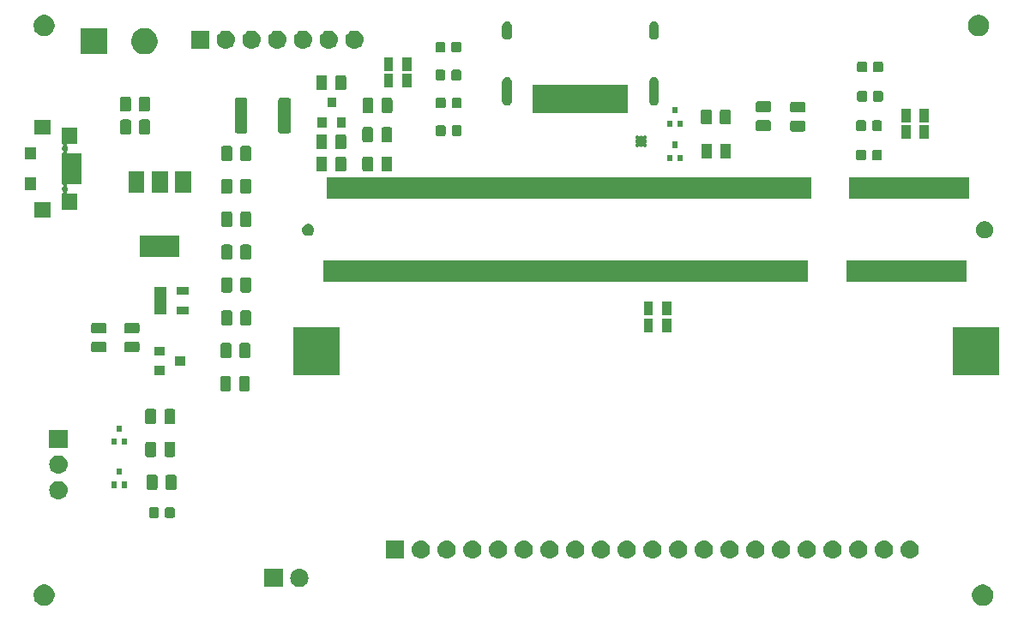
<source format=gbr>
G04 #@! TF.GenerationSoftware,KiCad,Pcbnew,5.1.2*
G04 #@! TF.CreationDate,2019-05-26T21:54:26-05:00*
G04 #@! TF.ProjectId,HackenTop-BreakoutTest,4861636b-656e-4546-9f70-2d427265616b,rev?*
G04 #@! TF.SameCoordinates,Original*
G04 #@! TF.FileFunction,Soldermask,Top*
G04 #@! TF.FilePolarity,Negative*
%FSLAX46Y46*%
G04 Gerber Fmt 4.6, Leading zero omitted, Abs format (unit mm)*
G04 Created by KiCad (PCBNEW 5.1.2) date 2019-05-26 21:54:26*
%MOMM*%
%LPD*%
G04 APERTURE LIST*
%ADD10C,0.100000*%
G04 APERTURE END LIST*
D10*
G36*
X209306564Y-98389389D02*
G01*
X209459601Y-98452779D01*
X209497835Y-98468616D01*
X209599344Y-98536442D01*
X209669973Y-98583635D01*
X209816365Y-98730027D01*
X209931385Y-98902167D01*
X210010611Y-99093436D01*
X210051000Y-99296484D01*
X210051000Y-99503516D01*
X210010611Y-99706564D01*
X209931385Y-99897833D01*
X209931384Y-99897835D01*
X209816365Y-100069973D01*
X209669973Y-100216365D01*
X209497835Y-100331384D01*
X209497834Y-100331385D01*
X209497833Y-100331385D01*
X209306564Y-100410611D01*
X209103516Y-100451000D01*
X208896484Y-100451000D01*
X208693436Y-100410611D01*
X208502167Y-100331385D01*
X208502166Y-100331385D01*
X208502165Y-100331384D01*
X208330027Y-100216365D01*
X208183635Y-100069973D01*
X208068616Y-99897835D01*
X208068615Y-99897833D01*
X207989389Y-99706564D01*
X207949000Y-99503516D01*
X207949000Y-99296484D01*
X207989389Y-99093436D01*
X208068615Y-98902167D01*
X208183635Y-98730027D01*
X208330027Y-98583635D01*
X208400656Y-98536442D01*
X208502165Y-98468616D01*
X208540399Y-98452779D01*
X208693436Y-98389389D01*
X208896484Y-98349000D01*
X209103516Y-98349000D01*
X209306564Y-98389389D01*
X209306564Y-98389389D01*
G37*
G36*
X116656564Y-98389389D02*
G01*
X116809601Y-98452779D01*
X116847835Y-98468616D01*
X116949344Y-98536442D01*
X117019973Y-98583635D01*
X117166365Y-98730027D01*
X117281385Y-98902167D01*
X117360611Y-99093436D01*
X117401000Y-99296484D01*
X117401000Y-99503516D01*
X117360611Y-99706564D01*
X117281385Y-99897833D01*
X117281384Y-99897835D01*
X117166365Y-100069973D01*
X117019973Y-100216365D01*
X116847835Y-100331384D01*
X116847834Y-100331385D01*
X116847833Y-100331385D01*
X116656564Y-100410611D01*
X116453516Y-100451000D01*
X116246484Y-100451000D01*
X116043436Y-100410611D01*
X115852167Y-100331385D01*
X115852166Y-100331385D01*
X115852165Y-100331384D01*
X115680027Y-100216365D01*
X115533635Y-100069973D01*
X115418616Y-99897835D01*
X115418615Y-99897833D01*
X115339389Y-99706564D01*
X115299000Y-99503516D01*
X115299000Y-99296484D01*
X115339389Y-99093436D01*
X115418615Y-98902167D01*
X115533635Y-98730027D01*
X115680027Y-98583635D01*
X115750656Y-98536442D01*
X115852165Y-98468616D01*
X115890399Y-98452779D01*
X116043436Y-98389389D01*
X116246484Y-98349000D01*
X116453516Y-98349000D01*
X116656564Y-98389389D01*
X116656564Y-98389389D01*
G37*
G36*
X139901000Y-98601000D02*
G01*
X138099000Y-98601000D01*
X138099000Y-96799000D01*
X139901000Y-96799000D01*
X139901000Y-98601000D01*
X139901000Y-98601000D01*
G37*
G36*
X141650443Y-96805519D02*
G01*
X141716627Y-96812037D01*
X141886466Y-96863557D01*
X142042991Y-96947222D01*
X142078729Y-96976552D01*
X142180186Y-97059814D01*
X142263448Y-97161271D01*
X142292778Y-97197009D01*
X142376443Y-97353534D01*
X142427963Y-97523373D01*
X142445359Y-97700000D01*
X142427963Y-97876627D01*
X142376443Y-98046466D01*
X142292778Y-98202991D01*
X142263448Y-98238729D01*
X142180186Y-98340186D01*
X142078729Y-98423448D01*
X142042991Y-98452778D01*
X141886466Y-98536443D01*
X141716627Y-98587963D01*
X141650442Y-98594482D01*
X141584260Y-98601000D01*
X141495740Y-98601000D01*
X141429558Y-98594482D01*
X141363373Y-98587963D01*
X141193534Y-98536443D01*
X141037009Y-98452778D01*
X141001271Y-98423448D01*
X140899814Y-98340186D01*
X140816552Y-98238729D01*
X140787222Y-98202991D01*
X140703557Y-98046466D01*
X140652037Y-97876627D01*
X140634641Y-97700000D01*
X140652037Y-97523373D01*
X140703557Y-97353534D01*
X140787222Y-97197009D01*
X140816552Y-97161271D01*
X140899814Y-97059814D01*
X141001271Y-96976552D01*
X141037009Y-96947222D01*
X141193534Y-96863557D01*
X141363373Y-96812037D01*
X141429558Y-96805518D01*
X141495740Y-96799000D01*
X141584260Y-96799000D01*
X141650443Y-96805519D01*
X141650443Y-96805519D01*
G37*
G36*
X191750443Y-94005519D02*
G01*
X191816627Y-94012037D01*
X191986466Y-94063557D01*
X192142991Y-94147222D01*
X192178729Y-94176552D01*
X192280186Y-94259814D01*
X192363448Y-94361271D01*
X192392778Y-94397009D01*
X192476443Y-94553534D01*
X192527963Y-94723373D01*
X192545359Y-94900000D01*
X192527963Y-95076627D01*
X192476443Y-95246466D01*
X192392778Y-95402991D01*
X192363448Y-95438729D01*
X192280186Y-95540186D01*
X192178729Y-95623448D01*
X192142991Y-95652778D01*
X191986466Y-95736443D01*
X191816627Y-95787963D01*
X191750442Y-95794482D01*
X191684260Y-95801000D01*
X191595740Y-95801000D01*
X191529558Y-95794482D01*
X191463373Y-95787963D01*
X191293534Y-95736443D01*
X191137009Y-95652778D01*
X191101271Y-95623448D01*
X190999814Y-95540186D01*
X190916552Y-95438729D01*
X190887222Y-95402991D01*
X190803557Y-95246466D01*
X190752037Y-95076627D01*
X190734641Y-94900000D01*
X190752037Y-94723373D01*
X190803557Y-94553534D01*
X190887222Y-94397009D01*
X190916552Y-94361271D01*
X190999814Y-94259814D01*
X191101271Y-94176552D01*
X191137009Y-94147222D01*
X191293534Y-94063557D01*
X191463373Y-94012037D01*
X191529558Y-94005518D01*
X191595740Y-93999000D01*
X191684260Y-93999000D01*
X191750443Y-94005519D01*
X191750443Y-94005519D01*
G37*
G36*
X194290443Y-94005519D02*
G01*
X194356627Y-94012037D01*
X194526466Y-94063557D01*
X194682991Y-94147222D01*
X194718729Y-94176552D01*
X194820186Y-94259814D01*
X194903448Y-94361271D01*
X194932778Y-94397009D01*
X195016443Y-94553534D01*
X195067963Y-94723373D01*
X195085359Y-94900000D01*
X195067963Y-95076627D01*
X195016443Y-95246466D01*
X194932778Y-95402991D01*
X194903448Y-95438729D01*
X194820186Y-95540186D01*
X194718729Y-95623448D01*
X194682991Y-95652778D01*
X194526466Y-95736443D01*
X194356627Y-95787963D01*
X194290442Y-95794482D01*
X194224260Y-95801000D01*
X194135740Y-95801000D01*
X194069558Y-95794482D01*
X194003373Y-95787963D01*
X193833534Y-95736443D01*
X193677009Y-95652778D01*
X193641271Y-95623448D01*
X193539814Y-95540186D01*
X193456552Y-95438729D01*
X193427222Y-95402991D01*
X193343557Y-95246466D01*
X193292037Y-95076627D01*
X193274641Y-94900000D01*
X193292037Y-94723373D01*
X193343557Y-94553534D01*
X193427222Y-94397009D01*
X193456552Y-94361271D01*
X193539814Y-94259814D01*
X193641271Y-94176552D01*
X193677009Y-94147222D01*
X193833534Y-94063557D01*
X194003373Y-94012037D01*
X194069558Y-94005518D01*
X194135740Y-93999000D01*
X194224260Y-93999000D01*
X194290443Y-94005519D01*
X194290443Y-94005519D01*
G37*
G36*
X199370443Y-94005519D02*
G01*
X199436627Y-94012037D01*
X199606466Y-94063557D01*
X199762991Y-94147222D01*
X199798729Y-94176552D01*
X199900186Y-94259814D01*
X199983448Y-94361271D01*
X200012778Y-94397009D01*
X200096443Y-94553534D01*
X200147963Y-94723373D01*
X200165359Y-94900000D01*
X200147963Y-95076627D01*
X200096443Y-95246466D01*
X200012778Y-95402991D01*
X199983448Y-95438729D01*
X199900186Y-95540186D01*
X199798729Y-95623448D01*
X199762991Y-95652778D01*
X199606466Y-95736443D01*
X199436627Y-95787963D01*
X199370442Y-95794482D01*
X199304260Y-95801000D01*
X199215740Y-95801000D01*
X199149558Y-95794482D01*
X199083373Y-95787963D01*
X198913534Y-95736443D01*
X198757009Y-95652778D01*
X198721271Y-95623448D01*
X198619814Y-95540186D01*
X198536552Y-95438729D01*
X198507222Y-95402991D01*
X198423557Y-95246466D01*
X198372037Y-95076627D01*
X198354641Y-94900000D01*
X198372037Y-94723373D01*
X198423557Y-94553534D01*
X198507222Y-94397009D01*
X198536552Y-94361271D01*
X198619814Y-94259814D01*
X198721271Y-94176552D01*
X198757009Y-94147222D01*
X198913534Y-94063557D01*
X199083373Y-94012037D01*
X199149558Y-94005518D01*
X199215740Y-93999000D01*
X199304260Y-93999000D01*
X199370443Y-94005519D01*
X199370443Y-94005519D01*
G37*
G36*
X189210443Y-94005519D02*
G01*
X189276627Y-94012037D01*
X189446466Y-94063557D01*
X189602991Y-94147222D01*
X189638729Y-94176552D01*
X189740186Y-94259814D01*
X189823448Y-94361271D01*
X189852778Y-94397009D01*
X189936443Y-94553534D01*
X189987963Y-94723373D01*
X190005359Y-94900000D01*
X189987963Y-95076627D01*
X189936443Y-95246466D01*
X189852778Y-95402991D01*
X189823448Y-95438729D01*
X189740186Y-95540186D01*
X189638729Y-95623448D01*
X189602991Y-95652778D01*
X189446466Y-95736443D01*
X189276627Y-95787963D01*
X189210442Y-95794482D01*
X189144260Y-95801000D01*
X189055740Y-95801000D01*
X188989558Y-95794482D01*
X188923373Y-95787963D01*
X188753534Y-95736443D01*
X188597009Y-95652778D01*
X188561271Y-95623448D01*
X188459814Y-95540186D01*
X188376552Y-95438729D01*
X188347222Y-95402991D01*
X188263557Y-95246466D01*
X188212037Y-95076627D01*
X188194641Y-94900000D01*
X188212037Y-94723373D01*
X188263557Y-94553534D01*
X188347222Y-94397009D01*
X188376552Y-94361271D01*
X188459814Y-94259814D01*
X188561271Y-94176552D01*
X188597009Y-94147222D01*
X188753534Y-94063557D01*
X188923373Y-94012037D01*
X188989558Y-94005518D01*
X189055740Y-93999000D01*
X189144260Y-93999000D01*
X189210443Y-94005519D01*
X189210443Y-94005519D01*
G37*
G36*
X186670443Y-94005519D02*
G01*
X186736627Y-94012037D01*
X186906466Y-94063557D01*
X187062991Y-94147222D01*
X187098729Y-94176552D01*
X187200186Y-94259814D01*
X187283448Y-94361271D01*
X187312778Y-94397009D01*
X187396443Y-94553534D01*
X187447963Y-94723373D01*
X187465359Y-94900000D01*
X187447963Y-95076627D01*
X187396443Y-95246466D01*
X187312778Y-95402991D01*
X187283448Y-95438729D01*
X187200186Y-95540186D01*
X187098729Y-95623448D01*
X187062991Y-95652778D01*
X186906466Y-95736443D01*
X186736627Y-95787963D01*
X186670442Y-95794482D01*
X186604260Y-95801000D01*
X186515740Y-95801000D01*
X186449558Y-95794482D01*
X186383373Y-95787963D01*
X186213534Y-95736443D01*
X186057009Y-95652778D01*
X186021271Y-95623448D01*
X185919814Y-95540186D01*
X185836552Y-95438729D01*
X185807222Y-95402991D01*
X185723557Y-95246466D01*
X185672037Y-95076627D01*
X185654641Y-94900000D01*
X185672037Y-94723373D01*
X185723557Y-94553534D01*
X185807222Y-94397009D01*
X185836552Y-94361271D01*
X185919814Y-94259814D01*
X186021271Y-94176552D01*
X186057009Y-94147222D01*
X186213534Y-94063557D01*
X186383373Y-94012037D01*
X186449558Y-94005518D01*
X186515740Y-93999000D01*
X186604260Y-93999000D01*
X186670443Y-94005519D01*
X186670443Y-94005519D01*
G37*
G36*
X184130443Y-94005519D02*
G01*
X184196627Y-94012037D01*
X184366466Y-94063557D01*
X184522991Y-94147222D01*
X184558729Y-94176552D01*
X184660186Y-94259814D01*
X184743448Y-94361271D01*
X184772778Y-94397009D01*
X184856443Y-94553534D01*
X184907963Y-94723373D01*
X184925359Y-94900000D01*
X184907963Y-95076627D01*
X184856443Y-95246466D01*
X184772778Y-95402991D01*
X184743448Y-95438729D01*
X184660186Y-95540186D01*
X184558729Y-95623448D01*
X184522991Y-95652778D01*
X184366466Y-95736443D01*
X184196627Y-95787963D01*
X184130442Y-95794482D01*
X184064260Y-95801000D01*
X183975740Y-95801000D01*
X183909558Y-95794482D01*
X183843373Y-95787963D01*
X183673534Y-95736443D01*
X183517009Y-95652778D01*
X183481271Y-95623448D01*
X183379814Y-95540186D01*
X183296552Y-95438729D01*
X183267222Y-95402991D01*
X183183557Y-95246466D01*
X183132037Y-95076627D01*
X183114641Y-94900000D01*
X183132037Y-94723373D01*
X183183557Y-94553534D01*
X183267222Y-94397009D01*
X183296552Y-94361271D01*
X183379814Y-94259814D01*
X183481271Y-94176552D01*
X183517009Y-94147222D01*
X183673534Y-94063557D01*
X183843373Y-94012037D01*
X183909558Y-94005518D01*
X183975740Y-93999000D01*
X184064260Y-93999000D01*
X184130443Y-94005519D01*
X184130443Y-94005519D01*
G37*
G36*
X181590443Y-94005519D02*
G01*
X181656627Y-94012037D01*
X181826466Y-94063557D01*
X181982991Y-94147222D01*
X182018729Y-94176552D01*
X182120186Y-94259814D01*
X182203448Y-94361271D01*
X182232778Y-94397009D01*
X182316443Y-94553534D01*
X182367963Y-94723373D01*
X182385359Y-94900000D01*
X182367963Y-95076627D01*
X182316443Y-95246466D01*
X182232778Y-95402991D01*
X182203448Y-95438729D01*
X182120186Y-95540186D01*
X182018729Y-95623448D01*
X181982991Y-95652778D01*
X181826466Y-95736443D01*
X181656627Y-95787963D01*
X181590442Y-95794482D01*
X181524260Y-95801000D01*
X181435740Y-95801000D01*
X181369558Y-95794482D01*
X181303373Y-95787963D01*
X181133534Y-95736443D01*
X180977009Y-95652778D01*
X180941271Y-95623448D01*
X180839814Y-95540186D01*
X180756552Y-95438729D01*
X180727222Y-95402991D01*
X180643557Y-95246466D01*
X180592037Y-95076627D01*
X180574641Y-94900000D01*
X180592037Y-94723373D01*
X180643557Y-94553534D01*
X180727222Y-94397009D01*
X180756552Y-94361271D01*
X180839814Y-94259814D01*
X180941271Y-94176552D01*
X180977009Y-94147222D01*
X181133534Y-94063557D01*
X181303373Y-94012037D01*
X181369558Y-94005518D01*
X181435740Y-93999000D01*
X181524260Y-93999000D01*
X181590443Y-94005519D01*
X181590443Y-94005519D01*
G37*
G36*
X179050443Y-94005519D02*
G01*
X179116627Y-94012037D01*
X179286466Y-94063557D01*
X179442991Y-94147222D01*
X179478729Y-94176552D01*
X179580186Y-94259814D01*
X179663448Y-94361271D01*
X179692778Y-94397009D01*
X179776443Y-94553534D01*
X179827963Y-94723373D01*
X179845359Y-94900000D01*
X179827963Y-95076627D01*
X179776443Y-95246466D01*
X179692778Y-95402991D01*
X179663448Y-95438729D01*
X179580186Y-95540186D01*
X179478729Y-95623448D01*
X179442991Y-95652778D01*
X179286466Y-95736443D01*
X179116627Y-95787963D01*
X179050442Y-95794482D01*
X178984260Y-95801000D01*
X178895740Y-95801000D01*
X178829558Y-95794482D01*
X178763373Y-95787963D01*
X178593534Y-95736443D01*
X178437009Y-95652778D01*
X178401271Y-95623448D01*
X178299814Y-95540186D01*
X178216552Y-95438729D01*
X178187222Y-95402991D01*
X178103557Y-95246466D01*
X178052037Y-95076627D01*
X178034641Y-94900000D01*
X178052037Y-94723373D01*
X178103557Y-94553534D01*
X178187222Y-94397009D01*
X178216552Y-94361271D01*
X178299814Y-94259814D01*
X178401271Y-94176552D01*
X178437009Y-94147222D01*
X178593534Y-94063557D01*
X178763373Y-94012037D01*
X178829558Y-94005518D01*
X178895740Y-93999000D01*
X178984260Y-93999000D01*
X179050443Y-94005519D01*
X179050443Y-94005519D01*
G37*
G36*
X176510443Y-94005519D02*
G01*
X176576627Y-94012037D01*
X176746466Y-94063557D01*
X176902991Y-94147222D01*
X176938729Y-94176552D01*
X177040186Y-94259814D01*
X177123448Y-94361271D01*
X177152778Y-94397009D01*
X177236443Y-94553534D01*
X177287963Y-94723373D01*
X177305359Y-94900000D01*
X177287963Y-95076627D01*
X177236443Y-95246466D01*
X177152778Y-95402991D01*
X177123448Y-95438729D01*
X177040186Y-95540186D01*
X176938729Y-95623448D01*
X176902991Y-95652778D01*
X176746466Y-95736443D01*
X176576627Y-95787963D01*
X176510442Y-95794482D01*
X176444260Y-95801000D01*
X176355740Y-95801000D01*
X176289558Y-95794482D01*
X176223373Y-95787963D01*
X176053534Y-95736443D01*
X175897009Y-95652778D01*
X175861271Y-95623448D01*
X175759814Y-95540186D01*
X175676552Y-95438729D01*
X175647222Y-95402991D01*
X175563557Y-95246466D01*
X175512037Y-95076627D01*
X175494641Y-94900000D01*
X175512037Y-94723373D01*
X175563557Y-94553534D01*
X175647222Y-94397009D01*
X175676552Y-94361271D01*
X175759814Y-94259814D01*
X175861271Y-94176552D01*
X175897009Y-94147222D01*
X176053534Y-94063557D01*
X176223373Y-94012037D01*
X176289558Y-94005518D01*
X176355740Y-93999000D01*
X176444260Y-93999000D01*
X176510443Y-94005519D01*
X176510443Y-94005519D01*
G37*
G36*
X173970443Y-94005519D02*
G01*
X174036627Y-94012037D01*
X174206466Y-94063557D01*
X174362991Y-94147222D01*
X174398729Y-94176552D01*
X174500186Y-94259814D01*
X174583448Y-94361271D01*
X174612778Y-94397009D01*
X174696443Y-94553534D01*
X174747963Y-94723373D01*
X174765359Y-94900000D01*
X174747963Y-95076627D01*
X174696443Y-95246466D01*
X174612778Y-95402991D01*
X174583448Y-95438729D01*
X174500186Y-95540186D01*
X174398729Y-95623448D01*
X174362991Y-95652778D01*
X174206466Y-95736443D01*
X174036627Y-95787963D01*
X173970442Y-95794482D01*
X173904260Y-95801000D01*
X173815740Y-95801000D01*
X173749558Y-95794482D01*
X173683373Y-95787963D01*
X173513534Y-95736443D01*
X173357009Y-95652778D01*
X173321271Y-95623448D01*
X173219814Y-95540186D01*
X173136552Y-95438729D01*
X173107222Y-95402991D01*
X173023557Y-95246466D01*
X172972037Y-95076627D01*
X172954641Y-94900000D01*
X172972037Y-94723373D01*
X173023557Y-94553534D01*
X173107222Y-94397009D01*
X173136552Y-94361271D01*
X173219814Y-94259814D01*
X173321271Y-94176552D01*
X173357009Y-94147222D01*
X173513534Y-94063557D01*
X173683373Y-94012037D01*
X173749558Y-94005518D01*
X173815740Y-93999000D01*
X173904260Y-93999000D01*
X173970443Y-94005519D01*
X173970443Y-94005519D01*
G37*
G36*
X171430443Y-94005519D02*
G01*
X171496627Y-94012037D01*
X171666466Y-94063557D01*
X171822991Y-94147222D01*
X171858729Y-94176552D01*
X171960186Y-94259814D01*
X172043448Y-94361271D01*
X172072778Y-94397009D01*
X172156443Y-94553534D01*
X172207963Y-94723373D01*
X172225359Y-94900000D01*
X172207963Y-95076627D01*
X172156443Y-95246466D01*
X172072778Y-95402991D01*
X172043448Y-95438729D01*
X171960186Y-95540186D01*
X171858729Y-95623448D01*
X171822991Y-95652778D01*
X171666466Y-95736443D01*
X171496627Y-95787963D01*
X171430442Y-95794482D01*
X171364260Y-95801000D01*
X171275740Y-95801000D01*
X171209558Y-95794482D01*
X171143373Y-95787963D01*
X170973534Y-95736443D01*
X170817009Y-95652778D01*
X170781271Y-95623448D01*
X170679814Y-95540186D01*
X170596552Y-95438729D01*
X170567222Y-95402991D01*
X170483557Y-95246466D01*
X170432037Y-95076627D01*
X170414641Y-94900000D01*
X170432037Y-94723373D01*
X170483557Y-94553534D01*
X170567222Y-94397009D01*
X170596552Y-94361271D01*
X170679814Y-94259814D01*
X170781271Y-94176552D01*
X170817009Y-94147222D01*
X170973534Y-94063557D01*
X171143373Y-94012037D01*
X171209558Y-94005518D01*
X171275740Y-93999000D01*
X171364260Y-93999000D01*
X171430443Y-94005519D01*
X171430443Y-94005519D01*
G37*
G36*
X166350443Y-94005519D02*
G01*
X166416627Y-94012037D01*
X166586466Y-94063557D01*
X166742991Y-94147222D01*
X166778729Y-94176552D01*
X166880186Y-94259814D01*
X166963448Y-94361271D01*
X166992778Y-94397009D01*
X167076443Y-94553534D01*
X167127963Y-94723373D01*
X167145359Y-94900000D01*
X167127963Y-95076627D01*
X167076443Y-95246466D01*
X166992778Y-95402991D01*
X166963448Y-95438729D01*
X166880186Y-95540186D01*
X166778729Y-95623448D01*
X166742991Y-95652778D01*
X166586466Y-95736443D01*
X166416627Y-95787963D01*
X166350442Y-95794482D01*
X166284260Y-95801000D01*
X166195740Y-95801000D01*
X166129558Y-95794482D01*
X166063373Y-95787963D01*
X165893534Y-95736443D01*
X165737009Y-95652778D01*
X165701271Y-95623448D01*
X165599814Y-95540186D01*
X165516552Y-95438729D01*
X165487222Y-95402991D01*
X165403557Y-95246466D01*
X165352037Y-95076627D01*
X165334641Y-94900000D01*
X165352037Y-94723373D01*
X165403557Y-94553534D01*
X165487222Y-94397009D01*
X165516552Y-94361271D01*
X165599814Y-94259814D01*
X165701271Y-94176552D01*
X165737009Y-94147222D01*
X165893534Y-94063557D01*
X166063373Y-94012037D01*
X166129558Y-94005518D01*
X166195740Y-93999000D01*
X166284260Y-93999000D01*
X166350443Y-94005519D01*
X166350443Y-94005519D01*
G37*
G36*
X163810443Y-94005519D02*
G01*
X163876627Y-94012037D01*
X164046466Y-94063557D01*
X164202991Y-94147222D01*
X164238729Y-94176552D01*
X164340186Y-94259814D01*
X164423448Y-94361271D01*
X164452778Y-94397009D01*
X164536443Y-94553534D01*
X164587963Y-94723373D01*
X164605359Y-94900000D01*
X164587963Y-95076627D01*
X164536443Y-95246466D01*
X164452778Y-95402991D01*
X164423448Y-95438729D01*
X164340186Y-95540186D01*
X164238729Y-95623448D01*
X164202991Y-95652778D01*
X164046466Y-95736443D01*
X163876627Y-95787963D01*
X163810442Y-95794482D01*
X163744260Y-95801000D01*
X163655740Y-95801000D01*
X163589558Y-95794482D01*
X163523373Y-95787963D01*
X163353534Y-95736443D01*
X163197009Y-95652778D01*
X163161271Y-95623448D01*
X163059814Y-95540186D01*
X162976552Y-95438729D01*
X162947222Y-95402991D01*
X162863557Y-95246466D01*
X162812037Y-95076627D01*
X162794641Y-94900000D01*
X162812037Y-94723373D01*
X162863557Y-94553534D01*
X162947222Y-94397009D01*
X162976552Y-94361271D01*
X163059814Y-94259814D01*
X163161271Y-94176552D01*
X163197009Y-94147222D01*
X163353534Y-94063557D01*
X163523373Y-94012037D01*
X163589558Y-94005518D01*
X163655740Y-93999000D01*
X163744260Y-93999000D01*
X163810443Y-94005519D01*
X163810443Y-94005519D01*
G37*
G36*
X161270443Y-94005519D02*
G01*
X161336627Y-94012037D01*
X161506466Y-94063557D01*
X161662991Y-94147222D01*
X161698729Y-94176552D01*
X161800186Y-94259814D01*
X161883448Y-94361271D01*
X161912778Y-94397009D01*
X161996443Y-94553534D01*
X162047963Y-94723373D01*
X162065359Y-94900000D01*
X162047963Y-95076627D01*
X161996443Y-95246466D01*
X161912778Y-95402991D01*
X161883448Y-95438729D01*
X161800186Y-95540186D01*
X161698729Y-95623448D01*
X161662991Y-95652778D01*
X161506466Y-95736443D01*
X161336627Y-95787963D01*
X161270442Y-95794482D01*
X161204260Y-95801000D01*
X161115740Y-95801000D01*
X161049558Y-95794482D01*
X160983373Y-95787963D01*
X160813534Y-95736443D01*
X160657009Y-95652778D01*
X160621271Y-95623448D01*
X160519814Y-95540186D01*
X160436552Y-95438729D01*
X160407222Y-95402991D01*
X160323557Y-95246466D01*
X160272037Y-95076627D01*
X160254641Y-94900000D01*
X160272037Y-94723373D01*
X160323557Y-94553534D01*
X160407222Y-94397009D01*
X160436552Y-94361271D01*
X160519814Y-94259814D01*
X160621271Y-94176552D01*
X160657009Y-94147222D01*
X160813534Y-94063557D01*
X160983373Y-94012037D01*
X161049558Y-94005518D01*
X161115740Y-93999000D01*
X161204260Y-93999000D01*
X161270443Y-94005519D01*
X161270443Y-94005519D01*
G37*
G36*
X158730443Y-94005519D02*
G01*
X158796627Y-94012037D01*
X158966466Y-94063557D01*
X159122991Y-94147222D01*
X159158729Y-94176552D01*
X159260186Y-94259814D01*
X159343448Y-94361271D01*
X159372778Y-94397009D01*
X159456443Y-94553534D01*
X159507963Y-94723373D01*
X159525359Y-94900000D01*
X159507963Y-95076627D01*
X159456443Y-95246466D01*
X159372778Y-95402991D01*
X159343448Y-95438729D01*
X159260186Y-95540186D01*
X159158729Y-95623448D01*
X159122991Y-95652778D01*
X158966466Y-95736443D01*
X158796627Y-95787963D01*
X158730442Y-95794482D01*
X158664260Y-95801000D01*
X158575740Y-95801000D01*
X158509558Y-95794482D01*
X158443373Y-95787963D01*
X158273534Y-95736443D01*
X158117009Y-95652778D01*
X158081271Y-95623448D01*
X157979814Y-95540186D01*
X157896552Y-95438729D01*
X157867222Y-95402991D01*
X157783557Y-95246466D01*
X157732037Y-95076627D01*
X157714641Y-94900000D01*
X157732037Y-94723373D01*
X157783557Y-94553534D01*
X157867222Y-94397009D01*
X157896552Y-94361271D01*
X157979814Y-94259814D01*
X158081271Y-94176552D01*
X158117009Y-94147222D01*
X158273534Y-94063557D01*
X158443373Y-94012037D01*
X158509558Y-94005518D01*
X158575740Y-93999000D01*
X158664260Y-93999000D01*
X158730443Y-94005519D01*
X158730443Y-94005519D01*
G37*
G36*
X156190443Y-94005519D02*
G01*
X156256627Y-94012037D01*
X156426466Y-94063557D01*
X156582991Y-94147222D01*
X156618729Y-94176552D01*
X156720186Y-94259814D01*
X156803448Y-94361271D01*
X156832778Y-94397009D01*
X156916443Y-94553534D01*
X156967963Y-94723373D01*
X156985359Y-94900000D01*
X156967963Y-95076627D01*
X156916443Y-95246466D01*
X156832778Y-95402991D01*
X156803448Y-95438729D01*
X156720186Y-95540186D01*
X156618729Y-95623448D01*
X156582991Y-95652778D01*
X156426466Y-95736443D01*
X156256627Y-95787963D01*
X156190442Y-95794482D01*
X156124260Y-95801000D01*
X156035740Y-95801000D01*
X155969558Y-95794482D01*
X155903373Y-95787963D01*
X155733534Y-95736443D01*
X155577009Y-95652778D01*
X155541271Y-95623448D01*
X155439814Y-95540186D01*
X155356552Y-95438729D01*
X155327222Y-95402991D01*
X155243557Y-95246466D01*
X155192037Y-95076627D01*
X155174641Y-94900000D01*
X155192037Y-94723373D01*
X155243557Y-94553534D01*
X155327222Y-94397009D01*
X155356552Y-94361271D01*
X155439814Y-94259814D01*
X155541271Y-94176552D01*
X155577009Y-94147222D01*
X155733534Y-94063557D01*
X155903373Y-94012037D01*
X155969558Y-94005518D01*
X156035740Y-93999000D01*
X156124260Y-93999000D01*
X156190443Y-94005519D01*
X156190443Y-94005519D01*
G37*
G36*
X153650443Y-94005519D02*
G01*
X153716627Y-94012037D01*
X153886466Y-94063557D01*
X154042991Y-94147222D01*
X154078729Y-94176552D01*
X154180186Y-94259814D01*
X154263448Y-94361271D01*
X154292778Y-94397009D01*
X154376443Y-94553534D01*
X154427963Y-94723373D01*
X154445359Y-94900000D01*
X154427963Y-95076627D01*
X154376443Y-95246466D01*
X154292778Y-95402991D01*
X154263448Y-95438729D01*
X154180186Y-95540186D01*
X154078729Y-95623448D01*
X154042991Y-95652778D01*
X153886466Y-95736443D01*
X153716627Y-95787963D01*
X153650442Y-95794482D01*
X153584260Y-95801000D01*
X153495740Y-95801000D01*
X153429558Y-95794482D01*
X153363373Y-95787963D01*
X153193534Y-95736443D01*
X153037009Y-95652778D01*
X153001271Y-95623448D01*
X152899814Y-95540186D01*
X152816552Y-95438729D01*
X152787222Y-95402991D01*
X152703557Y-95246466D01*
X152652037Y-95076627D01*
X152634641Y-94900000D01*
X152652037Y-94723373D01*
X152703557Y-94553534D01*
X152787222Y-94397009D01*
X152816552Y-94361271D01*
X152899814Y-94259814D01*
X153001271Y-94176552D01*
X153037009Y-94147222D01*
X153193534Y-94063557D01*
X153363373Y-94012037D01*
X153429558Y-94005518D01*
X153495740Y-93999000D01*
X153584260Y-93999000D01*
X153650443Y-94005519D01*
X153650443Y-94005519D01*
G37*
G36*
X151901000Y-95801000D02*
G01*
X150099000Y-95801000D01*
X150099000Y-93999000D01*
X151901000Y-93999000D01*
X151901000Y-95801000D01*
X151901000Y-95801000D01*
G37*
G36*
X201910443Y-94005519D02*
G01*
X201976627Y-94012037D01*
X202146466Y-94063557D01*
X202302991Y-94147222D01*
X202338729Y-94176552D01*
X202440186Y-94259814D01*
X202523448Y-94361271D01*
X202552778Y-94397009D01*
X202636443Y-94553534D01*
X202687963Y-94723373D01*
X202705359Y-94900000D01*
X202687963Y-95076627D01*
X202636443Y-95246466D01*
X202552778Y-95402991D01*
X202523448Y-95438729D01*
X202440186Y-95540186D01*
X202338729Y-95623448D01*
X202302991Y-95652778D01*
X202146466Y-95736443D01*
X201976627Y-95787963D01*
X201910442Y-95794482D01*
X201844260Y-95801000D01*
X201755740Y-95801000D01*
X201689558Y-95794482D01*
X201623373Y-95787963D01*
X201453534Y-95736443D01*
X201297009Y-95652778D01*
X201261271Y-95623448D01*
X201159814Y-95540186D01*
X201076552Y-95438729D01*
X201047222Y-95402991D01*
X200963557Y-95246466D01*
X200912037Y-95076627D01*
X200894641Y-94900000D01*
X200912037Y-94723373D01*
X200963557Y-94553534D01*
X201047222Y-94397009D01*
X201076552Y-94361271D01*
X201159814Y-94259814D01*
X201261271Y-94176552D01*
X201297009Y-94147222D01*
X201453534Y-94063557D01*
X201623373Y-94012037D01*
X201689558Y-94005518D01*
X201755740Y-93999000D01*
X201844260Y-93999000D01*
X201910443Y-94005519D01*
X201910443Y-94005519D01*
G37*
G36*
X168890443Y-94005519D02*
G01*
X168956627Y-94012037D01*
X169126466Y-94063557D01*
X169282991Y-94147222D01*
X169318729Y-94176552D01*
X169420186Y-94259814D01*
X169503448Y-94361271D01*
X169532778Y-94397009D01*
X169616443Y-94553534D01*
X169667963Y-94723373D01*
X169685359Y-94900000D01*
X169667963Y-95076627D01*
X169616443Y-95246466D01*
X169532778Y-95402991D01*
X169503448Y-95438729D01*
X169420186Y-95540186D01*
X169318729Y-95623448D01*
X169282991Y-95652778D01*
X169126466Y-95736443D01*
X168956627Y-95787963D01*
X168890442Y-95794482D01*
X168824260Y-95801000D01*
X168735740Y-95801000D01*
X168669558Y-95794482D01*
X168603373Y-95787963D01*
X168433534Y-95736443D01*
X168277009Y-95652778D01*
X168241271Y-95623448D01*
X168139814Y-95540186D01*
X168056552Y-95438729D01*
X168027222Y-95402991D01*
X167943557Y-95246466D01*
X167892037Y-95076627D01*
X167874641Y-94900000D01*
X167892037Y-94723373D01*
X167943557Y-94553534D01*
X168027222Y-94397009D01*
X168056552Y-94361271D01*
X168139814Y-94259814D01*
X168241271Y-94176552D01*
X168277009Y-94147222D01*
X168433534Y-94063557D01*
X168603373Y-94012037D01*
X168669558Y-94005518D01*
X168735740Y-93999000D01*
X168824260Y-93999000D01*
X168890443Y-94005519D01*
X168890443Y-94005519D01*
G37*
G36*
X196830443Y-94005519D02*
G01*
X196896627Y-94012037D01*
X197066466Y-94063557D01*
X197222991Y-94147222D01*
X197258729Y-94176552D01*
X197360186Y-94259814D01*
X197443448Y-94361271D01*
X197472778Y-94397009D01*
X197556443Y-94553534D01*
X197607963Y-94723373D01*
X197625359Y-94900000D01*
X197607963Y-95076627D01*
X197556443Y-95246466D01*
X197472778Y-95402991D01*
X197443448Y-95438729D01*
X197360186Y-95540186D01*
X197258729Y-95623448D01*
X197222991Y-95652778D01*
X197066466Y-95736443D01*
X196896627Y-95787963D01*
X196830442Y-95794482D01*
X196764260Y-95801000D01*
X196675740Y-95801000D01*
X196609558Y-95794482D01*
X196543373Y-95787963D01*
X196373534Y-95736443D01*
X196217009Y-95652778D01*
X196181271Y-95623448D01*
X196079814Y-95540186D01*
X195996552Y-95438729D01*
X195967222Y-95402991D01*
X195883557Y-95246466D01*
X195832037Y-95076627D01*
X195814641Y-94900000D01*
X195832037Y-94723373D01*
X195883557Y-94553534D01*
X195967222Y-94397009D01*
X195996552Y-94361271D01*
X196079814Y-94259814D01*
X196181271Y-94176552D01*
X196217009Y-94147222D01*
X196373534Y-94063557D01*
X196543373Y-94012037D01*
X196609558Y-94005518D01*
X196675740Y-93999000D01*
X196764260Y-93999000D01*
X196830443Y-94005519D01*
X196830443Y-94005519D01*
G37*
G36*
X127517091Y-90728085D02*
G01*
X127551069Y-90738393D01*
X127582390Y-90755134D01*
X127609839Y-90777661D01*
X127632366Y-90805110D01*
X127649107Y-90836431D01*
X127659415Y-90870409D01*
X127663500Y-90911890D01*
X127663500Y-91588110D01*
X127659415Y-91629591D01*
X127649107Y-91663569D01*
X127632366Y-91694890D01*
X127609839Y-91722339D01*
X127582390Y-91744866D01*
X127551069Y-91761607D01*
X127517091Y-91771915D01*
X127475610Y-91776000D01*
X126874390Y-91776000D01*
X126832909Y-91771915D01*
X126798931Y-91761607D01*
X126767610Y-91744866D01*
X126740161Y-91722339D01*
X126717634Y-91694890D01*
X126700893Y-91663569D01*
X126690585Y-91629591D01*
X126686500Y-91588110D01*
X126686500Y-90911890D01*
X126690585Y-90870409D01*
X126700893Y-90836431D01*
X126717634Y-90805110D01*
X126740161Y-90777661D01*
X126767610Y-90755134D01*
X126798931Y-90738393D01*
X126832909Y-90728085D01*
X126874390Y-90724000D01*
X127475610Y-90724000D01*
X127517091Y-90728085D01*
X127517091Y-90728085D01*
G37*
G36*
X129092091Y-90728085D02*
G01*
X129126069Y-90738393D01*
X129157390Y-90755134D01*
X129184839Y-90777661D01*
X129207366Y-90805110D01*
X129224107Y-90836431D01*
X129234415Y-90870409D01*
X129238500Y-90911890D01*
X129238500Y-91588110D01*
X129234415Y-91629591D01*
X129224107Y-91663569D01*
X129207366Y-91694890D01*
X129184839Y-91722339D01*
X129157390Y-91744866D01*
X129126069Y-91761607D01*
X129092091Y-91771915D01*
X129050610Y-91776000D01*
X128449390Y-91776000D01*
X128407909Y-91771915D01*
X128373931Y-91761607D01*
X128342610Y-91744866D01*
X128315161Y-91722339D01*
X128292634Y-91694890D01*
X128275893Y-91663569D01*
X128265585Y-91629591D01*
X128261500Y-91588110D01*
X128261500Y-90911890D01*
X128265585Y-90870409D01*
X128275893Y-90836431D01*
X128292634Y-90805110D01*
X128315161Y-90777661D01*
X128342610Y-90755134D01*
X128373931Y-90738393D01*
X128407909Y-90728085D01*
X128449390Y-90724000D01*
X129050610Y-90724000D01*
X129092091Y-90728085D01*
X129092091Y-90728085D01*
G37*
G36*
X117860442Y-88145518D02*
G01*
X117926627Y-88152037D01*
X118096466Y-88203557D01*
X118252991Y-88287222D01*
X118288729Y-88316552D01*
X118390186Y-88399814D01*
X118473448Y-88501271D01*
X118502778Y-88537009D01*
X118586443Y-88693534D01*
X118637963Y-88863373D01*
X118655359Y-89040000D01*
X118637963Y-89216627D01*
X118586443Y-89386466D01*
X118502778Y-89542991D01*
X118473448Y-89578729D01*
X118390186Y-89680186D01*
X118288729Y-89763448D01*
X118252991Y-89792778D01*
X118096466Y-89876443D01*
X117926627Y-89927963D01*
X117860442Y-89934482D01*
X117794260Y-89941000D01*
X117705740Y-89941000D01*
X117639558Y-89934482D01*
X117573373Y-89927963D01*
X117403534Y-89876443D01*
X117247009Y-89792778D01*
X117211271Y-89763448D01*
X117109814Y-89680186D01*
X117026552Y-89578729D01*
X116997222Y-89542991D01*
X116913557Y-89386466D01*
X116862037Y-89216627D01*
X116844641Y-89040000D01*
X116862037Y-88863373D01*
X116913557Y-88693534D01*
X116997222Y-88537009D01*
X117026552Y-88501271D01*
X117109814Y-88399814D01*
X117211271Y-88316552D01*
X117247009Y-88287222D01*
X117403534Y-88203557D01*
X117573373Y-88152037D01*
X117639558Y-88145518D01*
X117705740Y-88139000D01*
X117794260Y-88139000D01*
X117860442Y-88145518D01*
X117860442Y-88145518D01*
G37*
G36*
X127371968Y-87503565D02*
G01*
X127410638Y-87515296D01*
X127446277Y-87534346D01*
X127477517Y-87559983D01*
X127503154Y-87591223D01*
X127522204Y-87626862D01*
X127533935Y-87665532D01*
X127538500Y-87711888D01*
X127538500Y-88788112D01*
X127533935Y-88834468D01*
X127522204Y-88873138D01*
X127503154Y-88908777D01*
X127477517Y-88940017D01*
X127446277Y-88965654D01*
X127410638Y-88984704D01*
X127371968Y-88996435D01*
X127325612Y-89001000D01*
X126674388Y-89001000D01*
X126628032Y-88996435D01*
X126589362Y-88984704D01*
X126553723Y-88965654D01*
X126522483Y-88940017D01*
X126496846Y-88908777D01*
X126477796Y-88873138D01*
X126466065Y-88834468D01*
X126461500Y-88788112D01*
X126461500Y-87711888D01*
X126466065Y-87665532D01*
X126477796Y-87626862D01*
X126496846Y-87591223D01*
X126522483Y-87559983D01*
X126553723Y-87534346D01*
X126589362Y-87515296D01*
X126628032Y-87503565D01*
X126674388Y-87499000D01*
X127325612Y-87499000D01*
X127371968Y-87503565D01*
X127371968Y-87503565D01*
G37*
G36*
X129246968Y-87503565D02*
G01*
X129285638Y-87515296D01*
X129321277Y-87534346D01*
X129352517Y-87559983D01*
X129378154Y-87591223D01*
X129397204Y-87626862D01*
X129408935Y-87665532D01*
X129413500Y-87711888D01*
X129413500Y-88788112D01*
X129408935Y-88834468D01*
X129397204Y-88873138D01*
X129378154Y-88908777D01*
X129352517Y-88940017D01*
X129321277Y-88965654D01*
X129285638Y-88984704D01*
X129246968Y-88996435D01*
X129200612Y-89001000D01*
X128549388Y-89001000D01*
X128503032Y-88996435D01*
X128464362Y-88984704D01*
X128428723Y-88965654D01*
X128397483Y-88940017D01*
X128371846Y-88908777D01*
X128352796Y-88873138D01*
X128341065Y-88834468D01*
X128336500Y-88788112D01*
X128336500Y-87711888D01*
X128341065Y-87665532D01*
X128352796Y-87626862D01*
X128371846Y-87591223D01*
X128397483Y-87559983D01*
X128428723Y-87534346D01*
X128464362Y-87515296D01*
X128503032Y-87503565D01*
X128549388Y-87499000D01*
X129200612Y-87499000D01*
X129246968Y-87503565D01*
X129246968Y-87503565D01*
G37*
G36*
X124501000Y-88806000D02*
G01*
X123999000Y-88806000D01*
X123999000Y-88194000D01*
X124501000Y-88194000D01*
X124501000Y-88806000D01*
X124501000Y-88806000D01*
G37*
G36*
X123501000Y-88806000D02*
G01*
X122999000Y-88806000D01*
X122999000Y-88194000D01*
X123501000Y-88194000D01*
X123501000Y-88806000D01*
X123501000Y-88806000D01*
G37*
G36*
X124001000Y-87506000D02*
G01*
X123499000Y-87506000D01*
X123499000Y-86894000D01*
X124001000Y-86894000D01*
X124001000Y-87506000D01*
X124001000Y-87506000D01*
G37*
G36*
X117860443Y-85605519D02*
G01*
X117926627Y-85612037D01*
X118096466Y-85663557D01*
X118252991Y-85747222D01*
X118257594Y-85751000D01*
X118390186Y-85859814D01*
X118473448Y-85961271D01*
X118502778Y-85997009D01*
X118586443Y-86153534D01*
X118637963Y-86323373D01*
X118655359Y-86500000D01*
X118637963Y-86676627D01*
X118586443Y-86846466D01*
X118502778Y-87002991D01*
X118473448Y-87038729D01*
X118390186Y-87140186D01*
X118288729Y-87223448D01*
X118252991Y-87252778D01*
X118096466Y-87336443D01*
X117926627Y-87387963D01*
X117860442Y-87394482D01*
X117794260Y-87401000D01*
X117705740Y-87401000D01*
X117639558Y-87394482D01*
X117573373Y-87387963D01*
X117403534Y-87336443D01*
X117247009Y-87252778D01*
X117211271Y-87223448D01*
X117109814Y-87140186D01*
X117026552Y-87038729D01*
X116997222Y-87002991D01*
X116913557Y-86846466D01*
X116862037Y-86676627D01*
X116844641Y-86500000D01*
X116862037Y-86323373D01*
X116913557Y-86153534D01*
X116997222Y-85997009D01*
X117026552Y-85961271D01*
X117109814Y-85859814D01*
X117242406Y-85751000D01*
X117247009Y-85747222D01*
X117403534Y-85663557D01*
X117573373Y-85612037D01*
X117639557Y-85605519D01*
X117705740Y-85599000D01*
X117794260Y-85599000D01*
X117860443Y-85605519D01*
X117860443Y-85605519D01*
G37*
G36*
X127246968Y-84253565D02*
G01*
X127285638Y-84265296D01*
X127321277Y-84284346D01*
X127352517Y-84309983D01*
X127378154Y-84341223D01*
X127397204Y-84376862D01*
X127408935Y-84415532D01*
X127413500Y-84461888D01*
X127413500Y-85538112D01*
X127408935Y-85584468D01*
X127397204Y-85623138D01*
X127378154Y-85658777D01*
X127352517Y-85690017D01*
X127321277Y-85715654D01*
X127285638Y-85734704D01*
X127246968Y-85746435D01*
X127200612Y-85751000D01*
X126549388Y-85751000D01*
X126503032Y-85746435D01*
X126464362Y-85734704D01*
X126428723Y-85715654D01*
X126397483Y-85690017D01*
X126371846Y-85658777D01*
X126352796Y-85623138D01*
X126341065Y-85584468D01*
X126336500Y-85538112D01*
X126336500Y-84461888D01*
X126341065Y-84415532D01*
X126352796Y-84376862D01*
X126371846Y-84341223D01*
X126397483Y-84309983D01*
X126428723Y-84284346D01*
X126464362Y-84265296D01*
X126503032Y-84253565D01*
X126549388Y-84249000D01*
X127200612Y-84249000D01*
X127246968Y-84253565D01*
X127246968Y-84253565D01*
G37*
G36*
X129121968Y-84253565D02*
G01*
X129160638Y-84265296D01*
X129196277Y-84284346D01*
X129227517Y-84309983D01*
X129253154Y-84341223D01*
X129272204Y-84376862D01*
X129283935Y-84415532D01*
X129288500Y-84461888D01*
X129288500Y-85538112D01*
X129283935Y-85584468D01*
X129272204Y-85623138D01*
X129253154Y-85658777D01*
X129227517Y-85690017D01*
X129196277Y-85715654D01*
X129160638Y-85734704D01*
X129121968Y-85746435D01*
X129075612Y-85751000D01*
X128424388Y-85751000D01*
X128378032Y-85746435D01*
X128339362Y-85734704D01*
X128303723Y-85715654D01*
X128272483Y-85690017D01*
X128246846Y-85658777D01*
X128227796Y-85623138D01*
X128216065Y-85584468D01*
X128211500Y-85538112D01*
X128211500Y-84461888D01*
X128216065Y-84415532D01*
X128227796Y-84376862D01*
X128246846Y-84341223D01*
X128272483Y-84309983D01*
X128303723Y-84284346D01*
X128339362Y-84265296D01*
X128378032Y-84253565D01*
X128424388Y-84249000D01*
X129075612Y-84249000D01*
X129121968Y-84253565D01*
X129121968Y-84253565D01*
G37*
G36*
X118651000Y-84861000D02*
G01*
X116849000Y-84861000D01*
X116849000Y-83059000D01*
X118651000Y-83059000D01*
X118651000Y-84861000D01*
X118651000Y-84861000D01*
G37*
G36*
X124501000Y-84556000D02*
G01*
X123999000Y-84556000D01*
X123999000Y-83944000D01*
X124501000Y-83944000D01*
X124501000Y-84556000D01*
X124501000Y-84556000D01*
G37*
G36*
X123501000Y-84556000D02*
G01*
X122999000Y-84556000D01*
X122999000Y-83944000D01*
X123501000Y-83944000D01*
X123501000Y-84556000D01*
X123501000Y-84556000D01*
G37*
G36*
X124001000Y-83256000D02*
G01*
X123499000Y-83256000D01*
X123499000Y-82644000D01*
X124001000Y-82644000D01*
X124001000Y-83256000D01*
X124001000Y-83256000D01*
G37*
G36*
X129121968Y-81003565D02*
G01*
X129160638Y-81015296D01*
X129196277Y-81034346D01*
X129227517Y-81059983D01*
X129253154Y-81091223D01*
X129272204Y-81126862D01*
X129283935Y-81165532D01*
X129288500Y-81211888D01*
X129288500Y-82288112D01*
X129283935Y-82334468D01*
X129272204Y-82373138D01*
X129253154Y-82408777D01*
X129227517Y-82440017D01*
X129196277Y-82465654D01*
X129160638Y-82484704D01*
X129121968Y-82496435D01*
X129075612Y-82501000D01*
X128424388Y-82501000D01*
X128378032Y-82496435D01*
X128339362Y-82484704D01*
X128303723Y-82465654D01*
X128272483Y-82440017D01*
X128246846Y-82408777D01*
X128227796Y-82373138D01*
X128216065Y-82334468D01*
X128211500Y-82288112D01*
X128211500Y-81211888D01*
X128216065Y-81165532D01*
X128227796Y-81126862D01*
X128246846Y-81091223D01*
X128272483Y-81059983D01*
X128303723Y-81034346D01*
X128339362Y-81015296D01*
X128378032Y-81003565D01*
X128424388Y-80999000D01*
X129075612Y-80999000D01*
X129121968Y-81003565D01*
X129121968Y-81003565D01*
G37*
G36*
X127246968Y-81003565D02*
G01*
X127285638Y-81015296D01*
X127321277Y-81034346D01*
X127352517Y-81059983D01*
X127378154Y-81091223D01*
X127397204Y-81126862D01*
X127408935Y-81165532D01*
X127413500Y-81211888D01*
X127413500Y-82288112D01*
X127408935Y-82334468D01*
X127397204Y-82373138D01*
X127378154Y-82408777D01*
X127352517Y-82440017D01*
X127321277Y-82465654D01*
X127285638Y-82484704D01*
X127246968Y-82496435D01*
X127200612Y-82501000D01*
X126549388Y-82501000D01*
X126503032Y-82496435D01*
X126464362Y-82484704D01*
X126428723Y-82465654D01*
X126397483Y-82440017D01*
X126371846Y-82408777D01*
X126352796Y-82373138D01*
X126341065Y-82334468D01*
X126336500Y-82288112D01*
X126336500Y-81211888D01*
X126341065Y-81165532D01*
X126352796Y-81126862D01*
X126371846Y-81091223D01*
X126397483Y-81059983D01*
X126428723Y-81034346D01*
X126464362Y-81015296D01*
X126503032Y-81003565D01*
X126549388Y-80999000D01*
X127200612Y-80999000D01*
X127246968Y-81003565D01*
X127246968Y-81003565D01*
G37*
G36*
X134621968Y-77753565D02*
G01*
X134660638Y-77765296D01*
X134696277Y-77784346D01*
X134727517Y-77809983D01*
X134753154Y-77841223D01*
X134772204Y-77876862D01*
X134783935Y-77915532D01*
X134788500Y-77961888D01*
X134788500Y-79038112D01*
X134783935Y-79084468D01*
X134772204Y-79123138D01*
X134753154Y-79158777D01*
X134727517Y-79190017D01*
X134696277Y-79215654D01*
X134660638Y-79234704D01*
X134621968Y-79246435D01*
X134575612Y-79251000D01*
X133924388Y-79251000D01*
X133878032Y-79246435D01*
X133839362Y-79234704D01*
X133803723Y-79215654D01*
X133772483Y-79190017D01*
X133746846Y-79158777D01*
X133727796Y-79123138D01*
X133716065Y-79084468D01*
X133711500Y-79038112D01*
X133711500Y-77961888D01*
X133716065Y-77915532D01*
X133727796Y-77876862D01*
X133746846Y-77841223D01*
X133772483Y-77809983D01*
X133803723Y-77784346D01*
X133839362Y-77765296D01*
X133878032Y-77753565D01*
X133924388Y-77749000D01*
X134575612Y-77749000D01*
X134621968Y-77753565D01*
X134621968Y-77753565D01*
G37*
G36*
X136496968Y-77753565D02*
G01*
X136535638Y-77765296D01*
X136571277Y-77784346D01*
X136602517Y-77809983D01*
X136628154Y-77841223D01*
X136647204Y-77876862D01*
X136658935Y-77915532D01*
X136663500Y-77961888D01*
X136663500Y-79038112D01*
X136658935Y-79084468D01*
X136647204Y-79123138D01*
X136628154Y-79158777D01*
X136602517Y-79190017D01*
X136571277Y-79215654D01*
X136535638Y-79234704D01*
X136496968Y-79246435D01*
X136450612Y-79251000D01*
X135799388Y-79251000D01*
X135753032Y-79246435D01*
X135714362Y-79234704D01*
X135678723Y-79215654D01*
X135647483Y-79190017D01*
X135621846Y-79158777D01*
X135602796Y-79123138D01*
X135591065Y-79084468D01*
X135586500Y-79038112D01*
X135586500Y-77961888D01*
X135591065Y-77915532D01*
X135602796Y-77876862D01*
X135621846Y-77841223D01*
X135647483Y-77809983D01*
X135678723Y-77784346D01*
X135714362Y-77765296D01*
X135753032Y-77753565D01*
X135799388Y-77749000D01*
X136450612Y-77749000D01*
X136496968Y-77753565D01*
X136496968Y-77753565D01*
G37*
G36*
X128251000Y-77651000D02*
G01*
X127249000Y-77651000D01*
X127249000Y-76749000D01*
X128251000Y-76749000D01*
X128251000Y-77651000D01*
X128251000Y-77651000D01*
G37*
G36*
X210651000Y-77651000D02*
G01*
X206049000Y-77651000D01*
X206049000Y-72949000D01*
X210651000Y-72949000D01*
X210651000Y-77651000D01*
X210651000Y-77651000D01*
G37*
G36*
X145551000Y-77651000D02*
G01*
X140949000Y-77651000D01*
X140949000Y-72949000D01*
X145551000Y-72949000D01*
X145551000Y-77651000D01*
X145551000Y-77651000D01*
G37*
G36*
X130251000Y-76701000D02*
G01*
X129249000Y-76701000D01*
X129249000Y-75799000D01*
X130251000Y-75799000D01*
X130251000Y-76701000D01*
X130251000Y-76701000D01*
G37*
G36*
X134649469Y-74488566D02*
G01*
X134688139Y-74500297D01*
X134723778Y-74519347D01*
X134755018Y-74544984D01*
X134780655Y-74576224D01*
X134799705Y-74611863D01*
X134811436Y-74650533D01*
X134816001Y-74696889D01*
X134816001Y-75773113D01*
X134811436Y-75819469D01*
X134799705Y-75858139D01*
X134780655Y-75893778D01*
X134755018Y-75925018D01*
X134723778Y-75950655D01*
X134688139Y-75969705D01*
X134649469Y-75981436D01*
X134603113Y-75986001D01*
X133951889Y-75986001D01*
X133905533Y-75981436D01*
X133866863Y-75969705D01*
X133831224Y-75950655D01*
X133799984Y-75925018D01*
X133774347Y-75893778D01*
X133755297Y-75858139D01*
X133743566Y-75819469D01*
X133739001Y-75773113D01*
X133739001Y-74696889D01*
X133743566Y-74650533D01*
X133755297Y-74611863D01*
X133774347Y-74576224D01*
X133799984Y-74544984D01*
X133831224Y-74519347D01*
X133866863Y-74500297D01*
X133905533Y-74488566D01*
X133951889Y-74484001D01*
X134603113Y-74484001D01*
X134649469Y-74488566D01*
X134649469Y-74488566D01*
G37*
G36*
X136524469Y-74488566D02*
G01*
X136563139Y-74500297D01*
X136598778Y-74519347D01*
X136630018Y-74544984D01*
X136655655Y-74576224D01*
X136674705Y-74611863D01*
X136686436Y-74650533D01*
X136691001Y-74696889D01*
X136691001Y-75773113D01*
X136686436Y-75819469D01*
X136674705Y-75858139D01*
X136655655Y-75893778D01*
X136630018Y-75925018D01*
X136598778Y-75950655D01*
X136563139Y-75969705D01*
X136524469Y-75981436D01*
X136478113Y-75986001D01*
X135826889Y-75986001D01*
X135780533Y-75981436D01*
X135741863Y-75969705D01*
X135706224Y-75950655D01*
X135674984Y-75925018D01*
X135649347Y-75893778D01*
X135630297Y-75858139D01*
X135618566Y-75819469D01*
X135614001Y-75773113D01*
X135614001Y-74696889D01*
X135618566Y-74650533D01*
X135630297Y-74611863D01*
X135649347Y-74576224D01*
X135674984Y-74544984D01*
X135706224Y-74519347D01*
X135741863Y-74500297D01*
X135780533Y-74488566D01*
X135826889Y-74484001D01*
X136478113Y-74484001D01*
X136524469Y-74488566D01*
X136524469Y-74488566D01*
G37*
G36*
X128251000Y-75751000D02*
G01*
X127249000Y-75751000D01*
X127249000Y-74849000D01*
X128251000Y-74849000D01*
X128251000Y-75751000D01*
X128251000Y-75751000D01*
G37*
G36*
X122334468Y-74341065D02*
G01*
X122373138Y-74352796D01*
X122408777Y-74371846D01*
X122440017Y-74397483D01*
X122465654Y-74428723D01*
X122484704Y-74464362D01*
X122496435Y-74503032D01*
X122501000Y-74549388D01*
X122501000Y-75200612D01*
X122496435Y-75246968D01*
X122484704Y-75285638D01*
X122465654Y-75321277D01*
X122440017Y-75352517D01*
X122408777Y-75378154D01*
X122373138Y-75397204D01*
X122334468Y-75408935D01*
X122288112Y-75413500D01*
X121211888Y-75413500D01*
X121165532Y-75408935D01*
X121126862Y-75397204D01*
X121091223Y-75378154D01*
X121059983Y-75352517D01*
X121034346Y-75321277D01*
X121015296Y-75285638D01*
X121003565Y-75246968D01*
X120999000Y-75200612D01*
X120999000Y-74549388D01*
X121003565Y-74503032D01*
X121015296Y-74464362D01*
X121034346Y-74428723D01*
X121059983Y-74397483D01*
X121091223Y-74371846D01*
X121126862Y-74352796D01*
X121165532Y-74341065D01*
X121211888Y-74336500D01*
X122288112Y-74336500D01*
X122334468Y-74341065D01*
X122334468Y-74341065D01*
G37*
G36*
X125584468Y-74341065D02*
G01*
X125623138Y-74352796D01*
X125658777Y-74371846D01*
X125690017Y-74397483D01*
X125715654Y-74428723D01*
X125734704Y-74464362D01*
X125746435Y-74503032D01*
X125751000Y-74549388D01*
X125751000Y-75200612D01*
X125746435Y-75246968D01*
X125734704Y-75285638D01*
X125715654Y-75321277D01*
X125690017Y-75352517D01*
X125658777Y-75378154D01*
X125623138Y-75397204D01*
X125584468Y-75408935D01*
X125538112Y-75413500D01*
X124461888Y-75413500D01*
X124415532Y-75408935D01*
X124376862Y-75397204D01*
X124341223Y-75378154D01*
X124309983Y-75352517D01*
X124284346Y-75321277D01*
X124265296Y-75285638D01*
X124253565Y-75246968D01*
X124249000Y-75200612D01*
X124249000Y-74549388D01*
X124253565Y-74503032D01*
X124265296Y-74464362D01*
X124284346Y-74428723D01*
X124309983Y-74397483D01*
X124341223Y-74371846D01*
X124376862Y-74352796D01*
X124415532Y-74341065D01*
X124461888Y-74336500D01*
X125538112Y-74336500D01*
X125584468Y-74341065D01*
X125584468Y-74341065D01*
G37*
G36*
X122334468Y-72466065D02*
G01*
X122373138Y-72477796D01*
X122408777Y-72496846D01*
X122440017Y-72522483D01*
X122465654Y-72553723D01*
X122484704Y-72589362D01*
X122496435Y-72628032D01*
X122501000Y-72674388D01*
X122501000Y-73325612D01*
X122496435Y-73371968D01*
X122484704Y-73410638D01*
X122465654Y-73446277D01*
X122440017Y-73477517D01*
X122408777Y-73503154D01*
X122373138Y-73522204D01*
X122334468Y-73533935D01*
X122288112Y-73538500D01*
X121211888Y-73538500D01*
X121165532Y-73533935D01*
X121126862Y-73522204D01*
X121091223Y-73503154D01*
X121059983Y-73477517D01*
X121034346Y-73446277D01*
X121015296Y-73410638D01*
X121003565Y-73371968D01*
X120999000Y-73325612D01*
X120999000Y-72674388D01*
X121003565Y-72628032D01*
X121015296Y-72589362D01*
X121034346Y-72553723D01*
X121059983Y-72522483D01*
X121091223Y-72496846D01*
X121126862Y-72477796D01*
X121165532Y-72466065D01*
X121211888Y-72461500D01*
X122288112Y-72461500D01*
X122334468Y-72466065D01*
X122334468Y-72466065D01*
G37*
G36*
X125584468Y-72466065D02*
G01*
X125623138Y-72477796D01*
X125658777Y-72496846D01*
X125690017Y-72522483D01*
X125715654Y-72553723D01*
X125734704Y-72589362D01*
X125746435Y-72628032D01*
X125751000Y-72674388D01*
X125751000Y-73325612D01*
X125746435Y-73371968D01*
X125734704Y-73410638D01*
X125715654Y-73446277D01*
X125690017Y-73477517D01*
X125658777Y-73503154D01*
X125623138Y-73522204D01*
X125584468Y-73533935D01*
X125538112Y-73538500D01*
X124461888Y-73538500D01*
X124415532Y-73533935D01*
X124376862Y-73522204D01*
X124341223Y-73503154D01*
X124309983Y-73477517D01*
X124284346Y-73446277D01*
X124265296Y-73410638D01*
X124253565Y-73371968D01*
X124249000Y-73325612D01*
X124249000Y-72674388D01*
X124253565Y-72628032D01*
X124265296Y-72589362D01*
X124284346Y-72553723D01*
X124309983Y-72522483D01*
X124341223Y-72496846D01*
X124376862Y-72477796D01*
X124415532Y-72466065D01*
X124461888Y-72461500D01*
X125538112Y-72461500D01*
X125584468Y-72466065D01*
X125584468Y-72466065D01*
G37*
G36*
X176451000Y-73401000D02*
G01*
X175549000Y-73401000D01*
X175549000Y-72049000D01*
X176451000Y-72049000D01*
X176451000Y-73401000D01*
X176451000Y-73401000D01*
G37*
G36*
X178251000Y-73401000D02*
G01*
X177349000Y-73401000D01*
X177349000Y-72049000D01*
X178251000Y-72049000D01*
X178251000Y-73401000D01*
X178251000Y-73401000D01*
G37*
G36*
X136621968Y-71253565D02*
G01*
X136660638Y-71265296D01*
X136696277Y-71284346D01*
X136727517Y-71309983D01*
X136753154Y-71341223D01*
X136772204Y-71376862D01*
X136783935Y-71415532D01*
X136788500Y-71461888D01*
X136788500Y-72538112D01*
X136783935Y-72584468D01*
X136772204Y-72623138D01*
X136753154Y-72658777D01*
X136727517Y-72690017D01*
X136696277Y-72715654D01*
X136660638Y-72734704D01*
X136621968Y-72746435D01*
X136575612Y-72751000D01*
X135924388Y-72751000D01*
X135878032Y-72746435D01*
X135839362Y-72734704D01*
X135803723Y-72715654D01*
X135772483Y-72690017D01*
X135746846Y-72658777D01*
X135727796Y-72623138D01*
X135716065Y-72584468D01*
X135711500Y-72538112D01*
X135711500Y-71461888D01*
X135716065Y-71415532D01*
X135727796Y-71376862D01*
X135746846Y-71341223D01*
X135772483Y-71309983D01*
X135803723Y-71284346D01*
X135839362Y-71265296D01*
X135878032Y-71253565D01*
X135924388Y-71249000D01*
X136575612Y-71249000D01*
X136621968Y-71253565D01*
X136621968Y-71253565D01*
G37*
G36*
X134746968Y-71253565D02*
G01*
X134785638Y-71265296D01*
X134821277Y-71284346D01*
X134852517Y-71309983D01*
X134878154Y-71341223D01*
X134897204Y-71376862D01*
X134908935Y-71415532D01*
X134913500Y-71461888D01*
X134913500Y-72538112D01*
X134908935Y-72584468D01*
X134897204Y-72623138D01*
X134878154Y-72658777D01*
X134852517Y-72690017D01*
X134821277Y-72715654D01*
X134785638Y-72734704D01*
X134746968Y-72746435D01*
X134700612Y-72751000D01*
X134049388Y-72751000D01*
X134003032Y-72746435D01*
X133964362Y-72734704D01*
X133928723Y-72715654D01*
X133897483Y-72690017D01*
X133871846Y-72658777D01*
X133852796Y-72623138D01*
X133841065Y-72584468D01*
X133836500Y-72538112D01*
X133836500Y-71461888D01*
X133841065Y-71415532D01*
X133852796Y-71376862D01*
X133871846Y-71341223D01*
X133897483Y-71309983D01*
X133928723Y-71284346D01*
X133964362Y-71265296D01*
X134003032Y-71253565D01*
X134049388Y-71249000D01*
X134700612Y-71249000D01*
X134746968Y-71253565D01*
X134746968Y-71253565D01*
G37*
G36*
X178251000Y-71751000D02*
G01*
X177349000Y-71751000D01*
X177349000Y-70399000D01*
X178251000Y-70399000D01*
X178251000Y-71751000D01*
X178251000Y-71751000D01*
G37*
G36*
X176451000Y-71751000D02*
G01*
X175549000Y-71751000D01*
X175549000Y-70399000D01*
X176451000Y-70399000D01*
X176451000Y-71751000D01*
X176451000Y-71751000D01*
G37*
G36*
X130581000Y-71626000D02*
G01*
X129419000Y-71626000D01*
X129419000Y-70874000D01*
X130581000Y-70874000D01*
X130581000Y-71626000D01*
X130581000Y-71626000D01*
G37*
G36*
X128381000Y-71626000D02*
G01*
X127219000Y-71626000D01*
X127219000Y-68974000D01*
X128381000Y-68974000D01*
X128381000Y-71626000D01*
X128381000Y-71626000D01*
G37*
G36*
X130581000Y-69726000D02*
G01*
X129419000Y-69726000D01*
X129419000Y-68974000D01*
X130581000Y-68974000D01*
X130581000Y-69726000D01*
X130581000Y-69726000D01*
G37*
G36*
X136621968Y-68003565D02*
G01*
X136660638Y-68015296D01*
X136696277Y-68034346D01*
X136727517Y-68059983D01*
X136753154Y-68091223D01*
X136772204Y-68126862D01*
X136783935Y-68165532D01*
X136788500Y-68211888D01*
X136788500Y-69288112D01*
X136783935Y-69334468D01*
X136772204Y-69373138D01*
X136753154Y-69408777D01*
X136727517Y-69440017D01*
X136696277Y-69465654D01*
X136660638Y-69484704D01*
X136621968Y-69496435D01*
X136575612Y-69501000D01*
X135924388Y-69501000D01*
X135878032Y-69496435D01*
X135839362Y-69484704D01*
X135803723Y-69465654D01*
X135772483Y-69440017D01*
X135746846Y-69408777D01*
X135727796Y-69373138D01*
X135716065Y-69334468D01*
X135711500Y-69288112D01*
X135711500Y-68211888D01*
X135716065Y-68165532D01*
X135727796Y-68126862D01*
X135746846Y-68091223D01*
X135772483Y-68059983D01*
X135803723Y-68034346D01*
X135839362Y-68015296D01*
X135878032Y-68003565D01*
X135924388Y-67999000D01*
X136575612Y-67999000D01*
X136621968Y-68003565D01*
X136621968Y-68003565D01*
G37*
G36*
X134746968Y-68003565D02*
G01*
X134785638Y-68015296D01*
X134821277Y-68034346D01*
X134852517Y-68059983D01*
X134878154Y-68091223D01*
X134897204Y-68126862D01*
X134908935Y-68165532D01*
X134913500Y-68211888D01*
X134913500Y-69288112D01*
X134908935Y-69334468D01*
X134897204Y-69373138D01*
X134878154Y-69408777D01*
X134852517Y-69440017D01*
X134821277Y-69465654D01*
X134785638Y-69484704D01*
X134746968Y-69496435D01*
X134700612Y-69501000D01*
X134049388Y-69501000D01*
X134003032Y-69496435D01*
X133964362Y-69484704D01*
X133928723Y-69465654D01*
X133897483Y-69440017D01*
X133871846Y-69408777D01*
X133852796Y-69373138D01*
X133841065Y-69334468D01*
X133836500Y-69288112D01*
X133836500Y-68211888D01*
X133841065Y-68165532D01*
X133852796Y-68126862D01*
X133871846Y-68091223D01*
X133897483Y-68059983D01*
X133928723Y-68034346D01*
X133964362Y-68015296D01*
X134003032Y-68003565D01*
X134049388Y-67999000D01*
X134700612Y-67999000D01*
X134746968Y-68003565D01*
X134746968Y-68003565D01*
G37*
G36*
X191776000Y-68451000D02*
G01*
X143924000Y-68451000D01*
X143924000Y-66349000D01*
X191776000Y-66349000D01*
X191776000Y-68451000D01*
X191776000Y-68451000D01*
G37*
G36*
X207376000Y-68451000D02*
G01*
X195524000Y-68451000D01*
X195524000Y-66349000D01*
X207376000Y-66349000D01*
X207376000Y-68451000D01*
X207376000Y-68451000D01*
G37*
G36*
X136621968Y-64753565D02*
G01*
X136660638Y-64765296D01*
X136696277Y-64784346D01*
X136727517Y-64809983D01*
X136753154Y-64841223D01*
X136772204Y-64876862D01*
X136783935Y-64915532D01*
X136788500Y-64961888D01*
X136788500Y-66038112D01*
X136783935Y-66084468D01*
X136772204Y-66123138D01*
X136753154Y-66158777D01*
X136727517Y-66190017D01*
X136696277Y-66215654D01*
X136660638Y-66234704D01*
X136621968Y-66246435D01*
X136575612Y-66251000D01*
X135924388Y-66251000D01*
X135878032Y-66246435D01*
X135839362Y-66234704D01*
X135803723Y-66215654D01*
X135772483Y-66190017D01*
X135746846Y-66158777D01*
X135727796Y-66123138D01*
X135716065Y-66084468D01*
X135711500Y-66038112D01*
X135711500Y-64961888D01*
X135716065Y-64915532D01*
X135727796Y-64876862D01*
X135746846Y-64841223D01*
X135772483Y-64809983D01*
X135803723Y-64784346D01*
X135839362Y-64765296D01*
X135878032Y-64753565D01*
X135924388Y-64749000D01*
X136575612Y-64749000D01*
X136621968Y-64753565D01*
X136621968Y-64753565D01*
G37*
G36*
X134746968Y-64753565D02*
G01*
X134785638Y-64765296D01*
X134821277Y-64784346D01*
X134852517Y-64809983D01*
X134878154Y-64841223D01*
X134897204Y-64876862D01*
X134908935Y-64915532D01*
X134913500Y-64961888D01*
X134913500Y-66038112D01*
X134908935Y-66084468D01*
X134897204Y-66123138D01*
X134878154Y-66158777D01*
X134852517Y-66190017D01*
X134821277Y-66215654D01*
X134785638Y-66234704D01*
X134746968Y-66246435D01*
X134700612Y-66251000D01*
X134049388Y-66251000D01*
X134003032Y-66246435D01*
X133964362Y-66234704D01*
X133928723Y-66215654D01*
X133897483Y-66190017D01*
X133871846Y-66158777D01*
X133852796Y-66123138D01*
X133841065Y-66084468D01*
X133836500Y-66038112D01*
X133836500Y-64961888D01*
X133841065Y-64915532D01*
X133852796Y-64876862D01*
X133871846Y-64841223D01*
X133897483Y-64809983D01*
X133928723Y-64784346D01*
X133964362Y-64765296D01*
X134003032Y-64753565D01*
X134049388Y-64749000D01*
X134700612Y-64749000D01*
X134746968Y-64753565D01*
X134746968Y-64753565D01*
G37*
G36*
X129701000Y-65951000D02*
G01*
X125799000Y-65951000D01*
X125799000Y-63849000D01*
X129701000Y-63849000D01*
X129701000Y-65951000D01*
X129701000Y-65951000D01*
G37*
G36*
X209448228Y-62481703D02*
G01*
X209603100Y-62545853D01*
X209742481Y-62638985D01*
X209861015Y-62757519D01*
X209954147Y-62896900D01*
X210018297Y-63051772D01*
X210051000Y-63216184D01*
X210051000Y-63383816D01*
X210018297Y-63548228D01*
X209954147Y-63703100D01*
X209861015Y-63842481D01*
X209742481Y-63961015D01*
X209603100Y-64054147D01*
X209448228Y-64118297D01*
X209283816Y-64151000D01*
X209116184Y-64151000D01*
X208951772Y-64118297D01*
X208796900Y-64054147D01*
X208657519Y-63961015D01*
X208538985Y-63842481D01*
X208445853Y-63703100D01*
X208381703Y-63548228D01*
X208349000Y-63383816D01*
X208349000Y-63216184D01*
X208381703Y-63051772D01*
X208445853Y-62896900D01*
X208538985Y-62757519D01*
X208657519Y-62638985D01*
X208796900Y-62545853D01*
X208951772Y-62481703D01*
X209116184Y-62449000D01*
X209283816Y-62449000D01*
X209448228Y-62481703D01*
X209448228Y-62481703D01*
G37*
G36*
X142536601Y-62714397D02*
G01*
X142575305Y-62722096D01*
X142607340Y-62735365D01*
X142684680Y-62767400D01*
X142783115Y-62833173D01*
X142866827Y-62916885D01*
X142932600Y-63015320D01*
X142977904Y-63124696D01*
X143001000Y-63240805D01*
X143001000Y-63359195D01*
X142977904Y-63475304D01*
X142932600Y-63584680D01*
X142866827Y-63683115D01*
X142783115Y-63766827D01*
X142684680Y-63832600D01*
X142607340Y-63864635D01*
X142575305Y-63877904D01*
X142536601Y-63885603D01*
X142459195Y-63901000D01*
X142340805Y-63901000D01*
X142263399Y-63885603D01*
X142224695Y-63877904D01*
X142192660Y-63864635D01*
X142115320Y-63832600D01*
X142016885Y-63766827D01*
X141933173Y-63683115D01*
X141867400Y-63584680D01*
X141822096Y-63475304D01*
X141799000Y-63359195D01*
X141799000Y-63240805D01*
X141822096Y-63124696D01*
X141867400Y-63015320D01*
X141933173Y-62916885D01*
X142016885Y-62833173D01*
X142115320Y-62767400D01*
X142192660Y-62735365D01*
X142224695Y-62722096D01*
X142263399Y-62714397D01*
X142340805Y-62699000D01*
X142459195Y-62699000D01*
X142536601Y-62714397D01*
X142536601Y-62714397D01*
G37*
G36*
X134746968Y-61503565D02*
G01*
X134785638Y-61515296D01*
X134821277Y-61534346D01*
X134852517Y-61559983D01*
X134878154Y-61591223D01*
X134897204Y-61626862D01*
X134908935Y-61665532D01*
X134913500Y-61711888D01*
X134913500Y-62788112D01*
X134908935Y-62834468D01*
X134897204Y-62873138D01*
X134878154Y-62908777D01*
X134852517Y-62940017D01*
X134821277Y-62965654D01*
X134785638Y-62984704D01*
X134746968Y-62996435D01*
X134700612Y-63001000D01*
X134049388Y-63001000D01*
X134003032Y-62996435D01*
X133964362Y-62984704D01*
X133928723Y-62965654D01*
X133897483Y-62940017D01*
X133871846Y-62908777D01*
X133852796Y-62873138D01*
X133841065Y-62834468D01*
X133836500Y-62788112D01*
X133836500Y-61711888D01*
X133841065Y-61665532D01*
X133852796Y-61626862D01*
X133871846Y-61591223D01*
X133897483Y-61559983D01*
X133928723Y-61534346D01*
X133964362Y-61515296D01*
X134003032Y-61503565D01*
X134049388Y-61499000D01*
X134700612Y-61499000D01*
X134746968Y-61503565D01*
X134746968Y-61503565D01*
G37*
G36*
X136621968Y-61503565D02*
G01*
X136660638Y-61515296D01*
X136696277Y-61534346D01*
X136727517Y-61559983D01*
X136753154Y-61591223D01*
X136772204Y-61626862D01*
X136783935Y-61665532D01*
X136788500Y-61711888D01*
X136788500Y-62788112D01*
X136783935Y-62834468D01*
X136772204Y-62873138D01*
X136753154Y-62908777D01*
X136727517Y-62940017D01*
X136696277Y-62965654D01*
X136660638Y-62984704D01*
X136621968Y-62996435D01*
X136575612Y-63001000D01*
X135924388Y-63001000D01*
X135878032Y-62996435D01*
X135839362Y-62984704D01*
X135803723Y-62965654D01*
X135772483Y-62940017D01*
X135746846Y-62908777D01*
X135727796Y-62873138D01*
X135716065Y-62834468D01*
X135711500Y-62788112D01*
X135711500Y-61711888D01*
X135716065Y-61665532D01*
X135727796Y-61626862D01*
X135746846Y-61591223D01*
X135772483Y-61559983D01*
X135803723Y-61534346D01*
X135839362Y-61515296D01*
X135878032Y-61503565D01*
X135924388Y-61499000D01*
X136575612Y-61499000D01*
X136621968Y-61503565D01*
X136621968Y-61503565D01*
G37*
G36*
X116981000Y-62051000D02*
G01*
X115379000Y-62051000D01*
X115379000Y-60599000D01*
X116981000Y-60599000D01*
X116981000Y-62051000D01*
X116981000Y-62051000D01*
G37*
G36*
X119601000Y-54801000D02*
G01*
X118678452Y-54801000D01*
X118654066Y-54803402D01*
X118630617Y-54810515D01*
X118609006Y-54822066D01*
X118590064Y-54837611D01*
X118574519Y-54856553D01*
X118562968Y-54878164D01*
X118555855Y-54901613D01*
X118553453Y-54925999D01*
X118555855Y-54950385D01*
X118562968Y-54973834D01*
X118574519Y-54995445D01*
X118590064Y-55014387D01*
X118591873Y-55016196D01*
X118591876Y-55016198D01*
X118633802Y-55058124D01*
X118659088Y-55095968D01*
X118666743Y-55107425D01*
X118689433Y-55162203D01*
X118701000Y-55220353D01*
X118701000Y-55279647D01*
X118689433Y-55337797D01*
X118683964Y-55351000D01*
X118666742Y-55392577D01*
X118633802Y-55441876D01*
X118591876Y-55483802D01*
X118591873Y-55483804D01*
X118590064Y-55485613D01*
X118574519Y-55504555D01*
X118562968Y-55526166D01*
X118555855Y-55549615D01*
X118553453Y-55574001D01*
X118555855Y-55598387D01*
X118562968Y-55621836D01*
X118574519Y-55643447D01*
X118590064Y-55662389D01*
X118609006Y-55677934D01*
X118630617Y-55689485D01*
X118654066Y-55696598D01*
X118678452Y-55699000D01*
X120001000Y-55699000D01*
X120001000Y-58801000D01*
X118678452Y-58801000D01*
X118654066Y-58803402D01*
X118630617Y-58810515D01*
X118609006Y-58822066D01*
X118590064Y-58837611D01*
X118574519Y-58856553D01*
X118562968Y-58878164D01*
X118555855Y-58901613D01*
X118553453Y-58925999D01*
X118555855Y-58950385D01*
X118562968Y-58973834D01*
X118574519Y-58995445D01*
X118590064Y-59014387D01*
X118591873Y-59016196D01*
X118591876Y-59016198D01*
X118633802Y-59058124D01*
X118666742Y-59107423D01*
X118666743Y-59107425D01*
X118689433Y-59162203D01*
X118701000Y-59220353D01*
X118701000Y-59279647D01*
X118689433Y-59337797D01*
X118683964Y-59351000D01*
X118666742Y-59392577D01*
X118633802Y-59441876D01*
X118591876Y-59483802D01*
X118591873Y-59483804D01*
X118590064Y-59485613D01*
X118574519Y-59504555D01*
X118562968Y-59526166D01*
X118555855Y-59549615D01*
X118553453Y-59574001D01*
X118555855Y-59598387D01*
X118562968Y-59621836D01*
X118574519Y-59643447D01*
X118590064Y-59662389D01*
X118609006Y-59677934D01*
X118630617Y-59689485D01*
X118654066Y-59696598D01*
X118678452Y-59699000D01*
X119601000Y-59699000D01*
X119601000Y-61301000D01*
X118099000Y-61301000D01*
X118099000Y-59699000D01*
X118121548Y-59699000D01*
X118145934Y-59696598D01*
X118169383Y-59689485D01*
X118190994Y-59677934D01*
X118209936Y-59662389D01*
X118225481Y-59643447D01*
X118237032Y-59621836D01*
X118244145Y-59598387D01*
X118246547Y-59574001D01*
X118244145Y-59549615D01*
X118237032Y-59526166D01*
X118225481Y-59504555D01*
X118209936Y-59485613D01*
X118208127Y-59483804D01*
X118208124Y-59483802D01*
X118166198Y-59441876D01*
X118133258Y-59392577D01*
X118116036Y-59351000D01*
X118110567Y-59337797D01*
X118099000Y-59279647D01*
X118099000Y-59220353D01*
X118110567Y-59162203D01*
X118133257Y-59107425D01*
X118133258Y-59107423D01*
X118166198Y-59058124D01*
X118208124Y-59016198D01*
X118208127Y-59016196D01*
X118209936Y-59014387D01*
X118225481Y-58995445D01*
X118237032Y-58973834D01*
X118244145Y-58950385D01*
X118246547Y-58925999D01*
X118244145Y-58901613D01*
X118237032Y-58878164D01*
X118225481Y-58856553D01*
X118209936Y-58837611D01*
X118190994Y-58822066D01*
X118169383Y-58810515D01*
X118145934Y-58803402D01*
X118121548Y-58801000D01*
X118099000Y-58801000D01*
X118099000Y-55699000D01*
X118121548Y-55699000D01*
X118145934Y-55696598D01*
X118169383Y-55689485D01*
X118190994Y-55677934D01*
X118209936Y-55662389D01*
X118225481Y-55643447D01*
X118237032Y-55621836D01*
X118244145Y-55598387D01*
X118246547Y-55574001D01*
X118244145Y-55549615D01*
X118237032Y-55526166D01*
X118225481Y-55504555D01*
X118209936Y-55485613D01*
X118208127Y-55483804D01*
X118208124Y-55483802D01*
X118166198Y-55441876D01*
X118133258Y-55392577D01*
X118116036Y-55351000D01*
X118110567Y-55337797D01*
X118099000Y-55279647D01*
X118099000Y-55220353D01*
X118110567Y-55162203D01*
X118133257Y-55107425D01*
X118140912Y-55095968D01*
X118166198Y-55058124D01*
X118208124Y-55016198D01*
X118208127Y-55016196D01*
X118209936Y-55014387D01*
X118225481Y-54995445D01*
X118237032Y-54973834D01*
X118244145Y-54950385D01*
X118246547Y-54925999D01*
X118244145Y-54901613D01*
X118237032Y-54878164D01*
X118225481Y-54856553D01*
X118209936Y-54837611D01*
X118190994Y-54822066D01*
X118169383Y-54810515D01*
X118145934Y-54803402D01*
X118121548Y-54801000D01*
X118099000Y-54801000D01*
X118099000Y-53199000D01*
X119601000Y-53199000D01*
X119601000Y-54801000D01*
X119601000Y-54801000D01*
G37*
G36*
X192076000Y-60251000D02*
G01*
X144224000Y-60251000D01*
X144224000Y-58149000D01*
X192076000Y-58149000D01*
X192076000Y-60251000D01*
X192076000Y-60251000D01*
G37*
G36*
X207676000Y-60251000D02*
G01*
X195824000Y-60251000D01*
X195824000Y-58149000D01*
X207676000Y-58149000D01*
X207676000Y-60251000D01*
X207676000Y-60251000D01*
G37*
G36*
X134746968Y-58253565D02*
G01*
X134785638Y-58265296D01*
X134821277Y-58284346D01*
X134852517Y-58309983D01*
X134878154Y-58341223D01*
X134897204Y-58376862D01*
X134908935Y-58415532D01*
X134913500Y-58461888D01*
X134913500Y-59538112D01*
X134908935Y-59584468D01*
X134897204Y-59623138D01*
X134878154Y-59658777D01*
X134852517Y-59690017D01*
X134821277Y-59715654D01*
X134785638Y-59734704D01*
X134746968Y-59746435D01*
X134700612Y-59751000D01*
X134049388Y-59751000D01*
X134003032Y-59746435D01*
X133964362Y-59734704D01*
X133928723Y-59715654D01*
X133897483Y-59690017D01*
X133871846Y-59658777D01*
X133852796Y-59623138D01*
X133841065Y-59584468D01*
X133836500Y-59538112D01*
X133836500Y-58461888D01*
X133841065Y-58415532D01*
X133852796Y-58376862D01*
X133871846Y-58341223D01*
X133897483Y-58309983D01*
X133928723Y-58284346D01*
X133964362Y-58265296D01*
X134003032Y-58253565D01*
X134049388Y-58249000D01*
X134700612Y-58249000D01*
X134746968Y-58253565D01*
X134746968Y-58253565D01*
G37*
G36*
X136621968Y-58253565D02*
G01*
X136660638Y-58265296D01*
X136696277Y-58284346D01*
X136727517Y-58309983D01*
X136753154Y-58341223D01*
X136772204Y-58376862D01*
X136783935Y-58415532D01*
X136788500Y-58461888D01*
X136788500Y-59538112D01*
X136783935Y-59584468D01*
X136772204Y-59623138D01*
X136753154Y-59658777D01*
X136727517Y-59690017D01*
X136696277Y-59715654D01*
X136660638Y-59734704D01*
X136621968Y-59746435D01*
X136575612Y-59751000D01*
X135924388Y-59751000D01*
X135878032Y-59746435D01*
X135839362Y-59734704D01*
X135803723Y-59715654D01*
X135772483Y-59690017D01*
X135746846Y-59658777D01*
X135727796Y-59623138D01*
X135716065Y-59584468D01*
X135711500Y-59538112D01*
X135711500Y-58461888D01*
X135716065Y-58415532D01*
X135727796Y-58376862D01*
X135746846Y-58341223D01*
X135772483Y-58309983D01*
X135803723Y-58284346D01*
X135839362Y-58265296D01*
X135878032Y-58253565D01*
X135924388Y-58249000D01*
X136575612Y-58249000D01*
X136621968Y-58253565D01*
X136621968Y-58253565D01*
G37*
G36*
X126251000Y-59651000D02*
G01*
X124649000Y-59651000D01*
X124649000Y-57549000D01*
X126251000Y-57549000D01*
X126251000Y-59651000D01*
X126251000Y-59651000D01*
G37*
G36*
X128551000Y-59651000D02*
G01*
X126949000Y-59651000D01*
X126949000Y-57549000D01*
X128551000Y-57549000D01*
X128551000Y-59651000D01*
X128551000Y-59651000D01*
G37*
G36*
X130851000Y-59651000D02*
G01*
X129249000Y-59651000D01*
X129249000Y-57549000D01*
X130851000Y-57549000D01*
X130851000Y-59651000D01*
X130851000Y-59651000D01*
G37*
G36*
X115551000Y-59351000D02*
G01*
X114449000Y-59351000D01*
X114449000Y-58149000D01*
X115551000Y-58149000D01*
X115551000Y-59351000D01*
X115551000Y-59351000D01*
G37*
G36*
X150546968Y-56053565D02*
G01*
X150585638Y-56065296D01*
X150621277Y-56084346D01*
X150652517Y-56109983D01*
X150678154Y-56141223D01*
X150697204Y-56176862D01*
X150708935Y-56215532D01*
X150713500Y-56261888D01*
X150713500Y-57338112D01*
X150708935Y-57384468D01*
X150697204Y-57423138D01*
X150678154Y-57458777D01*
X150652517Y-57490017D01*
X150621277Y-57515654D01*
X150585638Y-57534704D01*
X150546968Y-57546435D01*
X150500612Y-57551000D01*
X149849388Y-57551000D01*
X149803032Y-57546435D01*
X149764362Y-57534704D01*
X149728723Y-57515654D01*
X149697483Y-57490017D01*
X149671846Y-57458777D01*
X149652796Y-57423138D01*
X149641065Y-57384468D01*
X149636500Y-57338112D01*
X149636500Y-56261888D01*
X149641065Y-56215532D01*
X149652796Y-56176862D01*
X149671846Y-56141223D01*
X149697483Y-56109983D01*
X149728723Y-56084346D01*
X149764362Y-56065296D01*
X149803032Y-56053565D01*
X149849388Y-56049000D01*
X150500612Y-56049000D01*
X150546968Y-56053565D01*
X150546968Y-56053565D01*
G37*
G36*
X148671968Y-56053565D02*
G01*
X148710638Y-56065296D01*
X148746277Y-56084346D01*
X148777517Y-56109983D01*
X148803154Y-56141223D01*
X148822204Y-56176862D01*
X148833935Y-56215532D01*
X148838500Y-56261888D01*
X148838500Y-57338112D01*
X148833935Y-57384468D01*
X148822204Y-57423138D01*
X148803154Y-57458777D01*
X148777517Y-57490017D01*
X148746277Y-57515654D01*
X148710638Y-57534704D01*
X148671968Y-57546435D01*
X148625612Y-57551000D01*
X147974388Y-57551000D01*
X147928032Y-57546435D01*
X147889362Y-57534704D01*
X147853723Y-57515654D01*
X147822483Y-57490017D01*
X147796846Y-57458777D01*
X147777796Y-57423138D01*
X147766065Y-57384468D01*
X147761500Y-57338112D01*
X147761500Y-56261888D01*
X147766065Y-56215532D01*
X147777796Y-56176862D01*
X147796846Y-56141223D01*
X147822483Y-56109983D01*
X147853723Y-56084346D01*
X147889362Y-56065296D01*
X147928032Y-56053565D01*
X147974388Y-56049000D01*
X148625612Y-56049000D01*
X148671968Y-56053565D01*
X148671968Y-56053565D01*
G37*
G36*
X145996968Y-56053565D02*
G01*
X146035638Y-56065296D01*
X146071277Y-56084346D01*
X146102517Y-56109983D01*
X146128154Y-56141223D01*
X146147204Y-56176862D01*
X146158935Y-56215532D01*
X146163500Y-56261888D01*
X146163500Y-57338112D01*
X146158935Y-57384468D01*
X146147204Y-57423138D01*
X146128154Y-57458777D01*
X146102517Y-57490017D01*
X146071277Y-57515654D01*
X146035638Y-57534704D01*
X145996968Y-57546435D01*
X145950612Y-57551000D01*
X145299388Y-57551000D01*
X145253032Y-57546435D01*
X145214362Y-57534704D01*
X145178723Y-57515654D01*
X145147483Y-57490017D01*
X145121846Y-57458777D01*
X145102796Y-57423138D01*
X145091065Y-57384468D01*
X145086500Y-57338112D01*
X145086500Y-56261888D01*
X145091065Y-56215532D01*
X145102796Y-56176862D01*
X145121846Y-56141223D01*
X145147483Y-56109983D01*
X145178723Y-56084346D01*
X145214362Y-56065296D01*
X145253032Y-56053565D01*
X145299388Y-56049000D01*
X145950612Y-56049000D01*
X145996968Y-56053565D01*
X145996968Y-56053565D01*
G37*
G36*
X144121968Y-56053565D02*
G01*
X144160638Y-56065296D01*
X144196277Y-56084346D01*
X144227517Y-56109983D01*
X144253154Y-56141223D01*
X144272204Y-56176862D01*
X144283935Y-56215532D01*
X144288500Y-56261888D01*
X144288500Y-57338112D01*
X144283935Y-57384468D01*
X144272204Y-57423138D01*
X144253154Y-57458777D01*
X144227517Y-57490017D01*
X144196277Y-57515654D01*
X144160638Y-57534704D01*
X144121968Y-57546435D01*
X144075612Y-57551000D01*
X143424388Y-57551000D01*
X143378032Y-57546435D01*
X143339362Y-57534704D01*
X143303723Y-57515654D01*
X143272483Y-57490017D01*
X143246846Y-57458777D01*
X143227796Y-57423138D01*
X143216065Y-57384468D01*
X143211500Y-57338112D01*
X143211500Y-56261888D01*
X143216065Y-56215532D01*
X143227796Y-56176862D01*
X143246846Y-56141223D01*
X143272483Y-56109983D01*
X143303723Y-56084346D01*
X143339362Y-56065296D01*
X143378032Y-56053565D01*
X143424388Y-56049000D01*
X144075612Y-56049000D01*
X144121968Y-56053565D01*
X144121968Y-56053565D01*
G37*
G36*
X136621968Y-55003565D02*
G01*
X136660638Y-55015296D01*
X136696277Y-55034346D01*
X136727517Y-55059983D01*
X136753154Y-55091223D01*
X136772204Y-55126862D01*
X136783935Y-55165532D01*
X136788500Y-55211888D01*
X136788500Y-56288112D01*
X136783935Y-56334468D01*
X136772204Y-56373138D01*
X136753154Y-56408777D01*
X136727517Y-56440017D01*
X136696277Y-56465654D01*
X136660638Y-56484704D01*
X136621968Y-56496435D01*
X136575612Y-56501000D01*
X135924388Y-56501000D01*
X135878032Y-56496435D01*
X135839362Y-56484704D01*
X135803723Y-56465654D01*
X135772483Y-56440017D01*
X135746846Y-56408777D01*
X135727796Y-56373138D01*
X135716065Y-56334468D01*
X135711500Y-56288112D01*
X135711500Y-55211888D01*
X135716065Y-55165532D01*
X135727796Y-55126862D01*
X135746846Y-55091223D01*
X135772483Y-55059983D01*
X135803723Y-55034346D01*
X135839362Y-55015296D01*
X135878032Y-55003565D01*
X135924388Y-54999000D01*
X136575612Y-54999000D01*
X136621968Y-55003565D01*
X136621968Y-55003565D01*
G37*
G36*
X134746968Y-55003565D02*
G01*
X134785638Y-55015296D01*
X134821277Y-55034346D01*
X134852517Y-55059983D01*
X134878154Y-55091223D01*
X134897204Y-55126862D01*
X134908935Y-55165532D01*
X134913500Y-55211888D01*
X134913500Y-56288112D01*
X134908935Y-56334468D01*
X134897204Y-56373138D01*
X134878154Y-56408777D01*
X134852517Y-56440017D01*
X134821277Y-56465654D01*
X134785638Y-56484704D01*
X134746968Y-56496435D01*
X134700612Y-56501000D01*
X134049388Y-56501000D01*
X134003032Y-56496435D01*
X133964362Y-56484704D01*
X133928723Y-56465654D01*
X133897483Y-56440017D01*
X133871846Y-56408777D01*
X133852796Y-56373138D01*
X133841065Y-56334468D01*
X133836500Y-56288112D01*
X133836500Y-55211888D01*
X133841065Y-55165532D01*
X133852796Y-55126862D01*
X133871846Y-55091223D01*
X133897483Y-55059983D01*
X133928723Y-55034346D01*
X133964362Y-55015296D01*
X134003032Y-55003565D01*
X134049388Y-54999000D01*
X134700612Y-54999000D01*
X134746968Y-55003565D01*
X134746968Y-55003565D01*
G37*
G36*
X179371000Y-56496000D02*
G01*
X178869000Y-56496000D01*
X178869000Y-55884000D01*
X179371000Y-55884000D01*
X179371000Y-56496000D01*
X179371000Y-56496000D01*
G37*
G36*
X178371000Y-56496000D02*
G01*
X177869000Y-56496000D01*
X177869000Y-55884000D01*
X178371000Y-55884000D01*
X178371000Y-56496000D01*
X178371000Y-56496000D01*
G37*
G36*
X197342091Y-55378085D02*
G01*
X197376069Y-55388393D01*
X197407390Y-55405134D01*
X197434839Y-55427661D01*
X197457366Y-55455110D01*
X197474107Y-55486431D01*
X197484415Y-55520409D01*
X197488500Y-55561890D01*
X197488500Y-56238110D01*
X197484415Y-56279591D01*
X197474107Y-56313569D01*
X197457366Y-56344890D01*
X197434839Y-56372339D01*
X197407390Y-56394866D01*
X197376069Y-56411607D01*
X197342091Y-56421915D01*
X197300610Y-56426000D01*
X196699390Y-56426000D01*
X196657909Y-56421915D01*
X196623931Y-56411607D01*
X196592610Y-56394866D01*
X196565161Y-56372339D01*
X196542634Y-56344890D01*
X196525893Y-56313569D01*
X196515585Y-56279591D01*
X196511500Y-56238110D01*
X196511500Y-55561890D01*
X196515585Y-55520409D01*
X196525893Y-55486431D01*
X196542634Y-55455110D01*
X196565161Y-55427661D01*
X196592610Y-55405134D01*
X196623931Y-55388393D01*
X196657909Y-55378085D01*
X196699390Y-55374000D01*
X197300610Y-55374000D01*
X197342091Y-55378085D01*
X197342091Y-55378085D01*
G37*
G36*
X198917091Y-55378085D02*
G01*
X198951069Y-55388393D01*
X198982390Y-55405134D01*
X199009839Y-55427661D01*
X199032366Y-55455110D01*
X199049107Y-55486431D01*
X199059415Y-55520409D01*
X199063500Y-55561890D01*
X199063500Y-56238110D01*
X199059415Y-56279591D01*
X199049107Y-56313569D01*
X199032366Y-56344890D01*
X199009839Y-56372339D01*
X198982390Y-56394866D01*
X198951069Y-56411607D01*
X198917091Y-56421915D01*
X198875610Y-56426000D01*
X198274390Y-56426000D01*
X198232909Y-56421915D01*
X198198931Y-56411607D01*
X198167610Y-56394866D01*
X198140161Y-56372339D01*
X198117634Y-56344890D01*
X198100893Y-56313569D01*
X198090585Y-56279591D01*
X198086500Y-56238110D01*
X198086500Y-55561890D01*
X198090585Y-55520409D01*
X198100893Y-55486431D01*
X198117634Y-55455110D01*
X198140161Y-55427661D01*
X198167610Y-55405134D01*
X198198931Y-55388393D01*
X198232909Y-55378085D01*
X198274390Y-55374000D01*
X198875610Y-55374000D01*
X198917091Y-55378085D01*
X198917091Y-55378085D01*
G37*
G36*
X115551000Y-56351000D02*
G01*
X114449000Y-56351000D01*
X114449000Y-55149000D01*
X115551000Y-55149000D01*
X115551000Y-56351000D01*
X115551000Y-56351000D01*
G37*
G36*
X183999468Y-54773565D02*
G01*
X184038138Y-54785296D01*
X184073777Y-54804346D01*
X184105017Y-54829983D01*
X184130654Y-54861223D01*
X184149704Y-54896862D01*
X184161435Y-54935532D01*
X184166000Y-54981888D01*
X184166000Y-56058112D01*
X184161435Y-56104468D01*
X184149704Y-56143138D01*
X184130654Y-56178777D01*
X184105017Y-56210017D01*
X184073777Y-56235654D01*
X184038138Y-56254704D01*
X183999468Y-56266435D01*
X183953112Y-56271000D01*
X183301888Y-56271000D01*
X183255532Y-56266435D01*
X183216862Y-56254704D01*
X183181223Y-56235654D01*
X183149983Y-56210017D01*
X183124346Y-56178777D01*
X183105296Y-56143138D01*
X183093565Y-56104468D01*
X183089000Y-56058112D01*
X183089000Y-54981888D01*
X183093565Y-54935532D01*
X183105296Y-54896862D01*
X183124346Y-54861223D01*
X183149983Y-54829983D01*
X183181223Y-54804346D01*
X183216862Y-54785296D01*
X183255532Y-54773565D01*
X183301888Y-54769000D01*
X183953112Y-54769000D01*
X183999468Y-54773565D01*
X183999468Y-54773565D01*
G37*
G36*
X182124468Y-54773565D02*
G01*
X182163138Y-54785296D01*
X182198777Y-54804346D01*
X182230017Y-54829983D01*
X182255654Y-54861223D01*
X182274704Y-54896862D01*
X182286435Y-54935532D01*
X182291000Y-54981888D01*
X182291000Y-56058112D01*
X182286435Y-56104468D01*
X182274704Y-56143138D01*
X182255654Y-56178777D01*
X182230017Y-56210017D01*
X182198777Y-56235654D01*
X182163138Y-56254704D01*
X182124468Y-56266435D01*
X182078112Y-56271000D01*
X181426888Y-56271000D01*
X181380532Y-56266435D01*
X181341862Y-56254704D01*
X181306223Y-56235654D01*
X181274983Y-56210017D01*
X181249346Y-56178777D01*
X181230296Y-56143138D01*
X181218565Y-56104468D01*
X181214000Y-56058112D01*
X181214000Y-54981888D01*
X181218565Y-54935532D01*
X181230296Y-54896862D01*
X181249346Y-54861223D01*
X181274983Y-54829983D01*
X181306223Y-54804346D01*
X181341862Y-54785296D01*
X181380532Y-54773565D01*
X181426888Y-54769000D01*
X182078112Y-54769000D01*
X182124468Y-54773565D01*
X182124468Y-54773565D01*
G37*
G36*
X145996968Y-53853565D02*
G01*
X146035638Y-53865296D01*
X146071277Y-53884346D01*
X146102517Y-53909983D01*
X146128154Y-53941223D01*
X146147204Y-53976862D01*
X146158935Y-54015532D01*
X146163500Y-54061888D01*
X146163500Y-55138112D01*
X146158935Y-55184468D01*
X146147204Y-55223138D01*
X146128154Y-55258777D01*
X146102517Y-55290017D01*
X146071277Y-55315654D01*
X146035638Y-55334704D01*
X145996968Y-55346435D01*
X145950612Y-55351000D01*
X145299388Y-55351000D01*
X145253032Y-55346435D01*
X145214362Y-55334704D01*
X145178723Y-55315654D01*
X145147483Y-55290017D01*
X145121846Y-55258777D01*
X145102796Y-55223138D01*
X145091065Y-55184468D01*
X145086500Y-55138112D01*
X145086500Y-54061888D01*
X145091065Y-54015532D01*
X145102796Y-53976862D01*
X145121846Y-53941223D01*
X145147483Y-53909983D01*
X145178723Y-53884346D01*
X145214362Y-53865296D01*
X145253032Y-53853565D01*
X145299388Y-53849000D01*
X145950612Y-53849000D01*
X145996968Y-53853565D01*
X145996968Y-53853565D01*
G37*
G36*
X144121968Y-53853565D02*
G01*
X144160638Y-53865296D01*
X144196277Y-53884346D01*
X144227517Y-53909983D01*
X144253154Y-53941223D01*
X144272204Y-53976862D01*
X144283935Y-54015532D01*
X144288500Y-54061888D01*
X144288500Y-55138112D01*
X144283935Y-55184468D01*
X144272204Y-55223138D01*
X144253154Y-55258777D01*
X144227517Y-55290017D01*
X144196277Y-55315654D01*
X144160638Y-55334704D01*
X144121968Y-55346435D01*
X144075612Y-55351000D01*
X143424388Y-55351000D01*
X143378032Y-55346435D01*
X143339362Y-55334704D01*
X143303723Y-55315654D01*
X143272483Y-55290017D01*
X143246846Y-55258777D01*
X143227796Y-55223138D01*
X143216065Y-55184468D01*
X143211500Y-55138112D01*
X143211500Y-54061888D01*
X143216065Y-54015532D01*
X143227796Y-53976862D01*
X143246846Y-53941223D01*
X143272483Y-53909983D01*
X143303723Y-53884346D01*
X143339362Y-53865296D01*
X143378032Y-53853565D01*
X143424388Y-53849000D01*
X144075612Y-53849000D01*
X144121968Y-53853565D01*
X144121968Y-53853565D01*
G37*
G36*
X178871000Y-55196000D02*
G01*
X178369000Y-55196000D01*
X178369000Y-54584000D01*
X178871000Y-54584000D01*
X178871000Y-55196000D01*
X178871000Y-55196000D01*
G37*
G36*
X174931337Y-53970763D02*
G01*
X174963367Y-53984030D01*
X174992194Y-54003292D01*
X174992197Y-54003295D01*
X174992869Y-54003744D01*
X175010554Y-54018257D01*
X175032165Y-54029808D01*
X175055614Y-54036921D01*
X175080000Y-54039323D01*
X175104386Y-54036921D01*
X175127835Y-54029808D01*
X175149446Y-54018257D01*
X175167131Y-54003744D01*
X175167803Y-54003295D01*
X175167806Y-54003292D01*
X175196633Y-53984030D01*
X175228663Y-53970763D01*
X175262665Y-53964000D01*
X175297335Y-53964000D01*
X175331337Y-53970763D01*
X175363367Y-53984030D01*
X175392194Y-54003292D01*
X175392197Y-54003295D01*
X175392869Y-54003744D01*
X175410554Y-54018257D01*
X175432165Y-54029808D01*
X175455614Y-54036921D01*
X175480000Y-54039323D01*
X175504386Y-54036921D01*
X175527835Y-54029808D01*
X175549446Y-54018257D01*
X175567131Y-54003744D01*
X175567803Y-54003295D01*
X175567806Y-54003292D01*
X175596633Y-53984030D01*
X175628663Y-53970763D01*
X175662665Y-53964000D01*
X175697335Y-53964000D01*
X175731337Y-53970763D01*
X175763367Y-53984030D01*
X175792194Y-54003292D01*
X175816708Y-54027806D01*
X175835970Y-54056633D01*
X175849237Y-54088663D01*
X175856000Y-54122665D01*
X175856000Y-54157335D01*
X175849237Y-54191337D01*
X175835970Y-54223367D01*
X175816708Y-54252194D01*
X175816705Y-54252197D01*
X175816256Y-54252869D01*
X175801743Y-54270554D01*
X175790192Y-54292165D01*
X175783079Y-54315614D01*
X175780677Y-54340000D01*
X175783079Y-54364386D01*
X175790192Y-54387835D01*
X175801743Y-54409446D01*
X175816256Y-54427131D01*
X175816705Y-54427803D01*
X175816708Y-54427806D01*
X175835970Y-54456633D01*
X175849237Y-54488663D01*
X175856000Y-54522665D01*
X175856000Y-54557335D01*
X175849237Y-54591337D01*
X175835970Y-54623367D01*
X175816708Y-54652194D01*
X175816705Y-54652197D01*
X175816256Y-54652869D01*
X175801743Y-54670554D01*
X175790192Y-54692165D01*
X175783079Y-54715614D01*
X175780677Y-54740000D01*
X175783079Y-54764386D01*
X175790192Y-54787835D01*
X175801743Y-54809446D01*
X175816256Y-54827131D01*
X175816705Y-54827803D01*
X175816708Y-54827806D01*
X175835970Y-54856633D01*
X175849237Y-54888663D01*
X175856000Y-54922665D01*
X175856000Y-54957335D01*
X175849237Y-54991337D01*
X175835970Y-55023367D01*
X175816708Y-55052194D01*
X175792194Y-55076708D01*
X175763367Y-55095970D01*
X175731337Y-55109237D01*
X175697335Y-55116000D01*
X175662665Y-55116000D01*
X175628663Y-55109237D01*
X175596633Y-55095970D01*
X175567806Y-55076708D01*
X175567803Y-55076705D01*
X175567131Y-55076256D01*
X175549446Y-55061743D01*
X175527835Y-55050192D01*
X175504386Y-55043079D01*
X175480000Y-55040677D01*
X175455614Y-55043079D01*
X175432165Y-55050192D01*
X175410554Y-55061743D01*
X175392869Y-55076256D01*
X175392197Y-55076705D01*
X175392194Y-55076708D01*
X175363367Y-55095970D01*
X175331337Y-55109237D01*
X175297335Y-55116000D01*
X175262665Y-55116000D01*
X175228663Y-55109237D01*
X175196633Y-55095970D01*
X175167806Y-55076708D01*
X175167803Y-55076705D01*
X175167131Y-55076256D01*
X175149446Y-55061743D01*
X175127835Y-55050192D01*
X175104386Y-55043079D01*
X175080000Y-55040677D01*
X175055614Y-55043079D01*
X175032165Y-55050192D01*
X175010554Y-55061743D01*
X174992869Y-55076256D01*
X174992197Y-55076705D01*
X174992194Y-55076708D01*
X174963367Y-55095970D01*
X174931337Y-55109237D01*
X174897335Y-55116000D01*
X174862665Y-55116000D01*
X174828663Y-55109237D01*
X174796633Y-55095970D01*
X174767806Y-55076708D01*
X174743292Y-55052194D01*
X174724030Y-55023367D01*
X174710763Y-54991337D01*
X174704000Y-54957335D01*
X174704000Y-54922665D01*
X174710763Y-54888663D01*
X174724030Y-54856633D01*
X174743292Y-54827806D01*
X174743295Y-54827803D01*
X174743744Y-54827131D01*
X174758257Y-54809446D01*
X174769808Y-54787835D01*
X174776921Y-54764386D01*
X174779323Y-54740000D01*
X174776921Y-54715614D01*
X174769808Y-54692165D01*
X174758257Y-54670554D01*
X174743744Y-54652869D01*
X174743295Y-54652197D01*
X174743292Y-54652194D01*
X174724030Y-54623367D01*
X174710763Y-54591337D01*
X174704000Y-54557335D01*
X174704000Y-54522665D01*
X174710763Y-54488663D01*
X174724030Y-54456633D01*
X174743292Y-54427806D01*
X174743295Y-54427803D01*
X174743744Y-54427131D01*
X174758257Y-54409446D01*
X174769808Y-54387835D01*
X174776921Y-54364386D01*
X174779323Y-54340000D01*
X174776921Y-54315614D01*
X174769808Y-54292165D01*
X174758257Y-54270554D01*
X174743744Y-54252869D01*
X174743295Y-54252197D01*
X174743292Y-54252194D01*
X174724030Y-54223367D01*
X174710763Y-54191337D01*
X174704000Y-54157335D01*
X174704000Y-54122665D01*
X174710763Y-54088663D01*
X174724030Y-54056633D01*
X174743292Y-54027806D01*
X174767806Y-54003292D01*
X174796633Y-53984030D01*
X174828663Y-53970763D01*
X174862665Y-53964000D01*
X174897335Y-53964000D01*
X174931337Y-53970763D01*
X174931337Y-53970763D01*
G37*
G36*
X148671968Y-53153565D02*
G01*
X148710638Y-53165296D01*
X148746277Y-53184346D01*
X148777517Y-53209983D01*
X148803154Y-53241223D01*
X148822204Y-53276862D01*
X148833935Y-53315532D01*
X148838500Y-53361888D01*
X148838500Y-54438112D01*
X148833935Y-54484468D01*
X148822204Y-54523138D01*
X148803154Y-54558777D01*
X148777517Y-54590017D01*
X148746277Y-54615654D01*
X148710638Y-54634704D01*
X148671968Y-54646435D01*
X148625612Y-54651000D01*
X147974388Y-54651000D01*
X147928032Y-54646435D01*
X147889362Y-54634704D01*
X147853723Y-54615654D01*
X147822483Y-54590017D01*
X147796846Y-54558777D01*
X147777796Y-54523138D01*
X147766065Y-54484468D01*
X147761500Y-54438112D01*
X147761500Y-53361888D01*
X147766065Y-53315532D01*
X147777796Y-53276862D01*
X147796846Y-53241223D01*
X147822483Y-53209983D01*
X147853723Y-53184346D01*
X147889362Y-53165296D01*
X147928032Y-53153565D01*
X147974388Y-53149000D01*
X148625612Y-53149000D01*
X148671968Y-53153565D01*
X148671968Y-53153565D01*
G37*
G36*
X150546968Y-53153565D02*
G01*
X150585638Y-53165296D01*
X150621277Y-53184346D01*
X150652517Y-53209983D01*
X150678154Y-53241223D01*
X150697204Y-53276862D01*
X150708935Y-53315532D01*
X150713500Y-53361888D01*
X150713500Y-54438112D01*
X150708935Y-54484468D01*
X150697204Y-54523138D01*
X150678154Y-54558777D01*
X150652517Y-54590017D01*
X150621277Y-54615654D01*
X150585638Y-54634704D01*
X150546968Y-54646435D01*
X150500612Y-54651000D01*
X149849388Y-54651000D01*
X149803032Y-54646435D01*
X149764362Y-54634704D01*
X149728723Y-54615654D01*
X149697483Y-54590017D01*
X149671846Y-54558777D01*
X149652796Y-54523138D01*
X149641065Y-54484468D01*
X149636500Y-54438112D01*
X149636500Y-53361888D01*
X149641065Y-53315532D01*
X149652796Y-53276862D01*
X149671846Y-53241223D01*
X149697483Y-53209983D01*
X149728723Y-53184346D01*
X149764362Y-53165296D01*
X149803032Y-53153565D01*
X149849388Y-53149000D01*
X150500612Y-53149000D01*
X150546968Y-53153565D01*
X150546968Y-53153565D01*
G37*
G36*
X203675999Y-54325999D02*
G01*
X202773999Y-54325999D01*
X202773999Y-52973999D01*
X203675999Y-52973999D01*
X203675999Y-54325999D01*
X203675999Y-54325999D01*
G37*
G36*
X201875999Y-54325999D02*
G01*
X200973999Y-54325999D01*
X200973999Y-52973999D01*
X201875999Y-52973999D01*
X201875999Y-54325999D01*
X201875999Y-54325999D01*
G37*
G36*
X155842091Y-52978085D02*
G01*
X155876069Y-52988393D01*
X155907390Y-53005134D01*
X155934839Y-53027661D01*
X155957366Y-53055110D01*
X155974107Y-53086431D01*
X155984415Y-53120409D01*
X155988500Y-53161890D01*
X155988500Y-53838110D01*
X155984415Y-53879591D01*
X155974107Y-53913569D01*
X155957366Y-53944890D01*
X155934839Y-53972339D01*
X155907390Y-53994866D01*
X155876069Y-54011607D01*
X155842091Y-54021915D01*
X155800610Y-54026000D01*
X155199390Y-54026000D01*
X155157909Y-54021915D01*
X155123931Y-54011607D01*
X155092610Y-53994866D01*
X155065161Y-53972339D01*
X155042634Y-53944890D01*
X155025893Y-53913569D01*
X155015585Y-53879591D01*
X155011500Y-53838110D01*
X155011500Y-53161890D01*
X155015585Y-53120409D01*
X155025893Y-53086431D01*
X155042634Y-53055110D01*
X155065161Y-53027661D01*
X155092610Y-53005134D01*
X155123931Y-52988393D01*
X155157909Y-52978085D01*
X155199390Y-52974000D01*
X155800610Y-52974000D01*
X155842091Y-52978085D01*
X155842091Y-52978085D01*
G37*
G36*
X157417091Y-52978085D02*
G01*
X157451069Y-52988393D01*
X157482390Y-53005134D01*
X157509839Y-53027661D01*
X157532366Y-53055110D01*
X157549107Y-53086431D01*
X157559415Y-53120409D01*
X157563500Y-53161890D01*
X157563500Y-53838110D01*
X157559415Y-53879591D01*
X157549107Y-53913569D01*
X157532366Y-53944890D01*
X157509839Y-53972339D01*
X157482390Y-53994866D01*
X157451069Y-54011607D01*
X157417091Y-54021915D01*
X157375610Y-54026000D01*
X156774390Y-54026000D01*
X156732909Y-54021915D01*
X156698931Y-54011607D01*
X156667610Y-53994866D01*
X156640161Y-53972339D01*
X156617634Y-53944890D01*
X156600893Y-53913569D01*
X156590585Y-53879591D01*
X156586500Y-53838110D01*
X156586500Y-53161890D01*
X156590585Y-53120409D01*
X156600893Y-53086431D01*
X156617634Y-53055110D01*
X156640161Y-53027661D01*
X156667610Y-53005134D01*
X156698931Y-52988393D01*
X156732909Y-52978085D01*
X156774390Y-52974000D01*
X157375610Y-52974000D01*
X157417091Y-52978085D01*
X157417091Y-52978085D01*
G37*
G36*
X116981000Y-53901000D02*
G01*
X115379000Y-53901000D01*
X115379000Y-52449000D01*
X116981000Y-52449000D01*
X116981000Y-53901000D01*
X116981000Y-53901000D01*
G37*
G36*
X126649468Y-52393565D02*
G01*
X126688138Y-52405296D01*
X126723777Y-52424346D01*
X126755017Y-52449983D01*
X126780654Y-52481223D01*
X126799704Y-52516862D01*
X126811435Y-52555532D01*
X126816000Y-52601888D01*
X126816000Y-53678112D01*
X126811435Y-53724468D01*
X126799704Y-53763138D01*
X126780654Y-53798777D01*
X126755017Y-53830017D01*
X126723777Y-53855654D01*
X126688138Y-53874704D01*
X126649468Y-53886435D01*
X126603112Y-53891000D01*
X125951888Y-53891000D01*
X125905532Y-53886435D01*
X125866862Y-53874704D01*
X125831223Y-53855654D01*
X125799983Y-53830017D01*
X125774346Y-53798777D01*
X125755296Y-53763138D01*
X125743565Y-53724468D01*
X125739000Y-53678112D01*
X125739000Y-52601888D01*
X125743565Y-52555532D01*
X125755296Y-52516862D01*
X125774346Y-52481223D01*
X125799983Y-52449983D01*
X125831223Y-52424346D01*
X125866862Y-52405296D01*
X125905532Y-52393565D01*
X125951888Y-52389000D01*
X126603112Y-52389000D01*
X126649468Y-52393565D01*
X126649468Y-52393565D01*
G37*
G36*
X124774468Y-52393565D02*
G01*
X124813138Y-52405296D01*
X124848777Y-52424346D01*
X124880017Y-52449983D01*
X124905654Y-52481223D01*
X124924704Y-52516862D01*
X124936435Y-52555532D01*
X124941000Y-52601888D01*
X124941000Y-53678112D01*
X124936435Y-53724468D01*
X124924704Y-53763138D01*
X124905654Y-53798777D01*
X124880017Y-53830017D01*
X124848777Y-53855654D01*
X124813138Y-53874704D01*
X124774468Y-53886435D01*
X124728112Y-53891000D01*
X124076888Y-53891000D01*
X124030532Y-53886435D01*
X123991862Y-53874704D01*
X123956223Y-53855654D01*
X123924983Y-53830017D01*
X123899346Y-53798777D01*
X123880296Y-53763138D01*
X123868565Y-53724468D01*
X123864000Y-53678112D01*
X123864000Y-52601888D01*
X123868565Y-52555532D01*
X123880296Y-52516862D01*
X123899346Y-52481223D01*
X123924983Y-52449983D01*
X123956223Y-52424346D01*
X123991862Y-52405296D01*
X124030532Y-52393565D01*
X124076888Y-52389000D01*
X124728112Y-52389000D01*
X124774468Y-52393565D01*
X124774468Y-52393565D01*
G37*
G36*
X140524807Y-50253498D02*
G01*
X140562818Y-50265029D01*
X140597842Y-50283749D01*
X140628549Y-50308951D01*
X140653751Y-50339658D01*
X140672471Y-50374682D01*
X140684002Y-50412693D01*
X140688500Y-50458363D01*
X140688500Y-53541637D01*
X140684002Y-53587307D01*
X140672471Y-53625318D01*
X140653751Y-53660342D01*
X140628549Y-53691049D01*
X140597842Y-53716251D01*
X140562818Y-53734971D01*
X140524807Y-53746502D01*
X140479137Y-53751000D01*
X139670863Y-53751000D01*
X139625193Y-53746502D01*
X139587182Y-53734971D01*
X139552158Y-53716251D01*
X139521451Y-53691049D01*
X139496249Y-53660342D01*
X139477529Y-53625318D01*
X139465998Y-53587307D01*
X139461500Y-53541637D01*
X139461500Y-50458363D01*
X139465998Y-50412693D01*
X139477529Y-50374682D01*
X139496249Y-50339658D01*
X139521451Y-50308951D01*
X139552158Y-50283749D01*
X139587182Y-50265029D01*
X139625193Y-50253498D01*
X139670863Y-50249000D01*
X140479137Y-50249000D01*
X140524807Y-50253498D01*
X140524807Y-50253498D01*
G37*
G36*
X136249807Y-50253498D02*
G01*
X136287818Y-50265029D01*
X136322842Y-50283749D01*
X136353549Y-50308951D01*
X136378751Y-50339658D01*
X136397471Y-50374682D01*
X136409002Y-50412693D01*
X136413500Y-50458363D01*
X136413500Y-53541637D01*
X136409002Y-53587307D01*
X136397471Y-53625318D01*
X136378751Y-53660342D01*
X136353549Y-53691049D01*
X136322842Y-53716251D01*
X136287818Y-53734971D01*
X136249807Y-53746502D01*
X136204137Y-53751000D01*
X135395863Y-53751000D01*
X135350193Y-53746502D01*
X135312182Y-53734971D01*
X135277158Y-53716251D01*
X135246451Y-53691049D01*
X135221249Y-53660342D01*
X135202529Y-53625318D01*
X135190998Y-53587307D01*
X135186500Y-53541637D01*
X135186500Y-50458363D01*
X135190998Y-50412693D01*
X135202529Y-50374682D01*
X135221249Y-50339658D01*
X135246451Y-50308951D01*
X135277158Y-50283749D01*
X135312182Y-50265029D01*
X135350193Y-50253498D01*
X135395863Y-50249000D01*
X136204137Y-50249000D01*
X136249807Y-50253498D01*
X136249807Y-50253498D01*
G37*
G36*
X191334468Y-52506065D02*
G01*
X191373138Y-52517796D01*
X191408777Y-52536846D01*
X191440017Y-52562483D01*
X191465654Y-52593723D01*
X191484704Y-52629362D01*
X191496435Y-52668032D01*
X191501000Y-52714388D01*
X191501000Y-53365612D01*
X191496435Y-53411968D01*
X191484704Y-53450638D01*
X191465654Y-53486277D01*
X191440017Y-53517517D01*
X191408777Y-53543154D01*
X191373138Y-53562204D01*
X191334468Y-53573935D01*
X191288112Y-53578500D01*
X190211888Y-53578500D01*
X190165532Y-53573935D01*
X190126862Y-53562204D01*
X190091223Y-53543154D01*
X190059983Y-53517517D01*
X190034346Y-53486277D01*
X190015296Y-53450638D01*
X190003565Y-53411968D01*
X189999000Y-53365612D01*
X189999000Y-52714388D01*
X190003565Y-52668032D01*
X190015296Y-52629362D01*
X190034346Y-52593723D01*
X190059983Y-52562483D01*
X190091223Y-52536846D01*
X190126862Y-52517796D01*
X190165532Y-52506065D01*
X190211888Y-52501500D01*
X191288112Y-52501500D01*
X191334468Y-52506065D01*
X191334468Y-52506065D01*
G37*
G36*
X187954468Y-52476065D02*
G01*
X187993138Y-52487796D01*
X188028777Y-52506846D01*
X188060017Y-52532483D01*
X188085654Y-52563723D01*
X188104704Y-52599362D01*
X188116435Y-52638032D01*
X188121000Y-52684388D01*
X188121000Y-53335612D01*
X188116435Y-53381968D01*
X188104704Y-53420638D01*
X188085654Y-53456277D01*
X188060017Y-53487517D01*
X188028777Y-53513154D01*
X187993138Y-53532204D01*
X187954468Y-53543935D01*
X187908112Y-53548500D01*
X186831888Y-53548500D01*
X186785532Y-53543935D01*
X186746862Y-53532204D01*
X186711223Y-53513154D01*
X186679983Y-53487517D01*
X186654346Y-53456277D01*
X186635296Y-53420638D01*
X186623565Y-53381968D01*
X186619000Y-53335612D01*
X186619000Y-52684388D01*
X186623565Y-52638032D01*
X186635296Y-52599362D01*
X186654346Y-52563723D01*
X186679983Y-52532483D01*
X186711223Y-52506846D01*
X186746862Y-52487796D01*
X186785532Y-52476065D01*
X186831888Y-52471500D01*
X187908112Y-52471500D01*
X187954468Y-52476065D01*
X187954468Y-52476065D01*
G37*
G36*
X197342091Y-52478085D02*
G01*
X197376069Y-52488393D01*
X197407390Y-52505134D01*
X197434839Y-52527661D01*
X197457366Y-52555110D01*
X197474107Y-52586431D01*
X197484415Y-52620409D01*
X197488500Y-52661890D01*
X197488500Y-53338110D01*
X197484415Y-53379591D01*
X197474107Y-53413569D01*
X197457366Y-53444890D01*
X197434839Y-53472339D01*
X197407390Y-53494866D01*
X197376069Y-53511607D01*
X197342091Y-53521915D01*
X197300610Y-53526000D01*
X196699390Y-53526000D01*
X196657909Y-53521915D01*
X196623931Y-53511607D01*
X196592610Y-53494866D01*
X196565161Y-53472339D01*
X196542634Y-53444890D01*
X196525893Y-53413569D01*
X196515585Y-53379591D01*
X196511500Y-53338110D01*
X196511500Y-52661890D01*
X196515585Y-52620409D01*
X196525893Y-52586431D01*
X196542634Y-52555110D01*
X196565161Y-52527661D01*
X196592610Y-52505134D01*
X196623931Y-52488393D01*
X196657909Y-52478085D01*
X196699390Y-52474000D01*
X197300610Y-52474000D01*
X197342091Y-52478085D01*
X197342091Y-52478085D01*
G37*
G36*
X198917091Y-52478085D02*
G01*
X198951069Y-52488393D01*
X198982390Y-52505134D01*
X199009839Y-52527661D01*
X199032366Y-52555110D01*
X199049107Y-52586431D01*
X199059415Y-52620409D01*
X199063500Y-52661890D01*
X199063500Y-53338110D01*
X199059415Y-53379591D01*
X199049107Y-53413569D01*
X199032366Y-53444890D01*
X199009839Y-53472339D01*
X198982390Y-53494866D01*
X198951069Y-53511607D01*
X198917091Y-53521915D01*
X198875610Y-53526000D01*
X198274390Y-53526000D01*
X198232909Y-53521915D01*
X198198931Y-53511607D01*
X198167610Y-53494866D01*
X198140161Y-53472339D01*
X198117634Y-53444890D01*
X198100893Y-53413569D01*
X198090585Y-53379591D01*
X198086500Y-53338110D01*
X198086500Y-52661890D01*
X198090585Y-52620409D01*
X198100893Y-52586431D01*
X198117634Y-52555110D01*
X198140161Y-52527661D01*
X198167610Y-52505134D01*
X198198931Y-52488393D01*
X198232909Y-52478085D01*
X198274390Y-52474000D01*
X198875610Y-52474000D01*
X198917091Y-52478085D01*
X198917091Y-52478085D01*
G37*
G36*
X146151000Y-53201000D02*
G01*
X145249000Y-53201000D01*
X145249000Y-52199000D01*
X146151000Y-52199000D01*
X146151000Y-53201000D01*
X146151000Y-53201000D01*
G37*
G36*
X144251000Y-53201000D02*
G01*
X143349000Y-53201000D01*
X143349000Y-52199000D01*
X144251000Y-52199000D01*
X144251000Y-53201000D01*
X144251000Y-53201000D01*
G37*
G36*
X179381000Y-53096000D02*
G01*
X178879000Y-53096000D01*
X178879000Y-52484000D01*
X179381000Y-52484000D01*
X179381000Y-53096000D01*
X179381000Y-53096000D01*
G37*
G36*
X178381000Y-53096000D02*
G01*
X177879000Y-53096000D01*
X177879000Y-52484000D01*
X178381000Y-52484000D01*
X178381000Y-53096000D01*
X178381000Y-53096000D01*
G37*
G36*
X183969468Y-51393565D02*
G01*
X184008138Y-51405296D01*
X184043777Y-51424346D01*
X184075017Y-51449983D01*
X184100654Y-51481223D01*
X184119704Y-51516862D01*
X184131435Y-51555532D01*
X184136000Y-51601888D01*
X184136000Y-52678112D01*
X184131435Y-52724468D01*
X184119704Y-52763138D01*
X184100654Y-52798777D01*
X184075017Y-52830017D01*
X184043777Y-52855654D01*
X184008138Y-52874704D01*
X183969468Y-52886435D01*
X183923112Y-52891000D01*
X183271888Y-52891000D01*
X183225532Y-52886435D01*
X183186862Y-52874704D01*
X183151223Y-52855654D01*
X183119983Y-52830017D01*
X183094346Y-52798777D01*
X183075296Y-52763138D01*
X183063565Y-52724468D01*
X183059000Y-52678112D01*
X183059000Y-51601888D01*
X183063565Y-51555532D01*
X183075296Y-51516862D01*
X183094346Y-51481223D01*
X183119983Y-51449983D01*
X183151223Y-51424346D01*
X183186862Y-51405296D01*
X183225532Y-51393565D01*
X183271888Y-51389000D01*
X183923112Y-51389000D01*
X183969468Y-51393565D01*
X183969468Y-51393565D01*
G37*
G36*
X182094468Y-51393565D02*
G01*
X182133138Y-51405296D01*
X182168777Y-51424346D01*
X182200017Y-51449983D01*
X182225654Y-51481223D01*
X182244704Y-51516862D01*
X182256435Y-51555532D01*
X182261000Y-51601888D01*
X182261000Y-52678112D01*
X182256435Y-52724468D01*
X182244704Y-52763138D01*
X182225654Y-52798777D01*
X182200017Y-52830017D01*
X182168777Y-52855654D01*
X182133138Y-52874704D01*
X182094468Y-52886435D01*
X182048112Y-52891000D01*
X181396888Y-52891000D01*
X181350532Y-52886435D01*
X181311862Y-52874704D01*
X181276223Y-52855654D01*
X181244983Y-52830017D01*
X181219346Y-52798777D01*
X181200296Y-52763138D01*
X181188565Y-52724468D01*
X181184000Y-52678112D01*
X181184000Y-51601888D01*
X181188565Y-51555532D01*
X181200296Y-51516862D01*
X181219346Y-51481223D01*
X181244983Y-51449983D01*
X181276223Y-51424346D01*
X181311862Y-51405296D01*
X181350532Y-51393565D01*
X181396888Y-51389000D01*
X182048112Y-51389000D01*
X182094468Y-51393565D01*
X182094468Y-51393565D01*
G37*
G36*
X203675999Y-52675999D02*
G01*
X202773999Y-52675999D01*
X202773999Y-51323999D01*
X203675999Y-51323999D01*
X203675999Y-52675999D01*
X203675999Y-52675999D01*
G37*
G36*
X201875999Y-52675999D02*
G01*
X200973999Y-52675999D01*
X200973999Y-51323999D01*
X201875999Y-51323999D01*
X201875999Y-52675999D01*
X201875999Y-52675999D01*
G37*
G36*
X178881000Y-51796000D02*
G01*
X178379000Y-51796000D01*
X178379000Y-51184000D01*
X178881000Y-51184000D01*
X178881000Y-51796000D01*
X178881000Y-51796000D01*
G37*
G36*
X150559468Y-50253565D02*
G01*
X150598138Y-50265296D01*
X150633777Y-50284346D01*
X150665017Y-50309983D01*
X150690654Y-50341223D01*
X150709704Y-50376862D01*
X150721435Y-50415532D01*
X150726000Y-50461888D01*
X150726000Y-51538112D01*
X150721435Y-51584468D01*
X150709704Y-51623138D01*
X150690654Y-51658777D01*
X150665017Y-51690017D01*
X150633777Y-51715654D01*
X150598138Y-51734704D01*
X150559468Y-51746435D01*
X150513112Y-51751000D01*
X149861888Y-51751000D01*
X149815532Y-51746435D01*
X149776862Y-51734704D01*
X149741223Y-51715654D01*
X149709983Y-51690017D01*
X149684346Y-51658777D01*
X149665296Y-51623138D01*
X149653565Y-51584468D01*
X149649000Y-51538112D01*
X149649000Y-50461888D01*
X149653565Y-50415532D01*
X149665296Y-50376862D01*
X149684346Y-50341223D01*
X149709983Y-50309983D01*
X149741223Y-50284346D01*
X149776862Y-50265296D01*
X149815532Y-50253565D01*
X149861888Y-50249000D01*
X150513112Y-50249000D01*
X150559468Y-50253565D01*
X150559468Y-50253565D01*
G37*
G36*
X148684468Y-50253565D02*
G01*
X148723138Y-50265296D01*
X148758777Y-50284346D01*
X148790017Y-50309983D01*
X148815654Y-50341223D01*
X148834704Y-50376862D01*
X148846435Y-50415532D01*
X148851000Y-50461888D01*
X148851000Y-51538112D01*
X148846435Y-51584468D01*
X148834704Y-51623138D01*
X148815654Y-51658777D01*
X148790017Y-51690017D01*
X148758777Y-51715654D01*
X148723138Y-51734704D01*
X148684468Y-51746435D01*
X148638112Y-51751000D01*
X147986888Y-51751000D01*
X147940532Y-51746435D01*
X147901862Y-51734704D01*
X147866223Y-51715654D01*
X147834983Y-51690017D01*
X147809346Y-51658777D01*
X147790296Y-51623138D01*
X147778565Y-51584468D01*
X147774000Y-51538112D01*
X147774000Y-50461888D01*
X147778565Y-50415532D01*
X147790296Y-50376862D01*
X147809346Y-50341223D01*
X147834983Y-50309983D01*
X147866223Y-50284346D01*
X147901862Y-50265296D01*
X147940532Y-50253565D01*
X147986888Y-50249000D01*
X148638112Y-50249000D01*
X148684468Y-50253565D01*
X148684468Y-50253565D01*
G37*
G36*
X174001000Y-51751000D02*
G01*
X164599000Y-51751000D01*
X164599000Y-48999000D01*
X174001000Y-48999000D01*
X174001000Y-51751000D01*
X174001000Y-51751000D01*
G37*
G36*
X191334468Y-50631065D02*
G01*
X191373138Y-50642796D01*
X191408777Y-50661846D01*
X191440017Y-50687483D01*
X191465654Y-50718723D01*
X191484704Y-50754362D01*
X191496435Y-50793032D01*
X191501000Y-50839388D01*
X191501000Y-51490612D01*
X191496435Y-51536968D01*
X191484704Y-51575638D01*
X191465654Y-51611277D01*
X191440017Y-51642517D01*
X191408777Y-51668154D01*
X191373138Y-51687204D01*
X191334468Y-51698935D01*
X191288112Y-51703500D01*
X190211888Y-51703500D01*
X190165532Y-51698935D01*
X190126862Y-51687204D01*
X190091223Y-51668154D01*
X190059983Y-51642517D01*
X190034346Y-51611277D01*
X190015296Y-51575638D01*
X190003565Y-51536968D01*
X189999000Y-51490612D01*
X189999000Y-50839388D01*
X190003565Y-50793032D01*
X190015296Y-50754362D01*
X190034346Y-50718723D01*
X190059983Y-50687483D01*
X190091223Y-50661846D01*
X190126862Y-50642796D01*
X190165532Y-50631065D01*
X190211888Y-50626500D01*
X191288112Y-50626500D01*
X191334468Y-50631065D01*
X191334468Y-50631065D01*
G37*
G36*
X187954468Y-50601065D02*
G01*
X187993138Y-50612796D01*
X188028777Y-50631846D01*
X188060017Y-50657483D01*
X188085654Y-50688723D01*
X188104704Y-50724362D01*
X188116435Y-50763032D01*
X188121000Y-50809388D01*
X188121000Y-51460612D01*
X188116435Y-51506968D01*
X188104704Y-51545638D01*
X188085654Y-51581277D01*
X188060017Y-51612517D01*
X188028777Y-51638154D01*
X187993138Y-51657204D01*
X187954468Y-51668935D01*
X187908112Y-51673500D01*
X186831888Y-51673500D01*
X186785532Y-51668935D01*
X186746862Y-51657204D01*
X186711223Y-51638154D01*
X186679983Y-51612517D01*
X186654346Y-51581277D01*
X186635296Y-51545638D01*
X186623565Y-51506968D01*
X186619000Y-51460612D01*
X186619000Y-50809388D01*
X186623565Y-50763032D01*
X186635296Y-50724362D01*
X186654346Y-50688723D01*
X186679983Y-50657483D01*
X186711223Y-50631846D01*
X186746862Y-50612796D01*
X186785532Y-50601065D01*
X186831888Y-50596500D01*
X187908112Y-50596500D01*
X187954468Y-50601065D01*
X187954468Y-50601065D01*
G37*
G36*
X124744468Y-50113565D02*
G01*
X124783138Y-50125296D01*
X124818777Y-50144346D01*
X124850017Y-50169983D01*
X124875654Y-50201223D01*
X124894704Y-50236862D01*
X124906435Y-50275532D01*
X124911000Y-50321888D01*
X124911000Y-51398112D01*
X124906435Y-51444468D01*
X124894704Y-51483138D01*
X124875654Y-51518777D01*
X124850017Y-51550017D01*
X124818777Y-51575654D01*
X124783138Y-51594704D01*
X124744468Y-51606435D01*
X124698112Y-51611000D01*
X124046888Y-51611000D01*
X124000532Y-51606435D01*
X123961862Y-51594704D01*
X123926223Y-51575654D01*
X123894983Y-51550017D01*
X123869346Y-51518777D01*
X123850296Y-51483138D01*
X123838565Y-51444468D01*
X123834000Y-51398112D01*
X123834000Y-50321888D01*
X123838565Y-50275532D01*
X123850296Y-50236862D01*
X123869346Y-50201223D01*
X123894983Y-50169983D01*
X123926223Y-50144346D01*
X123961862Y-50125296D01*
X124000532Y-50113565D01*
X124046888Y-50109000D01*
X124698112Y-50109000D01*
X124744468Y-50113565D01*
X124744468Y-50113565D01*
G37*
G36*
X126619468Y-50113565D02*
G01*
X126658138Y-50125296D01*
X126693777Y-50144346D01*
X126725017Y-50169983D01*
X126750654Y-50201223D01*
X126769704Y-50236862D01*
X126781435Y-50275532D01*
X126786000Y-50321888D01*
X126786000Y-51398112D01*
X126781435Y-51444468D01*
X126769704Y-51483138D01*
X126750654Y-51518777D01*
X126725017Y-51550017D01*
X126693777Y-51575654D01*
X126658138Y-51594704D01*
X126619468Y-51606435D01*
X126573112Y-51611000D01*
X125921888Y-51611000D01*
X125875532Y-51606435D01*
X125836862Y-51594704D01*
X125801223Y-51575654D01*
X125769983Y-51550017D01*
X125744346Y-51518777D01*
X125725296Y-51483138D01*
X125713565Y-51444468D01*
X125709000Y-51398112D01*
X125709000Y-50321888D01*
X125713565Y-50275532D01*
X125725296Y-50236862D01*
X125744346Y-50201223D01*
X125769983Y-50169983D01*
X125801223Y-50144346D01*
X125836862Y-50125296D01*
X125875532Y-50113565D01*
X125921888Y-50109000D01*
X126573112Y-50109000D01*
X126619468Y-50113565D01*
X126619468Y-50113565D01*
G37*
G36*
X157417091Y-50228085D02*
G01*
X157451069Y-50238393D01*
X157482390Y-50255134D01*
X157509839Y-50277661D01*
X157532366Y-50305110D01*
X157549107Y-50336431D01*
X157559415Y-50370409D01*
X157563500Y-50411890D01*
X157563500Y-51088110D01*
X157559415Y-51129591D01*
X157549107Y-51163569D01*
X157532366Y-51194890D01*
X157509839Y-51222339D01*
X157482390Y-51244866D01*
X157451069Y-51261607D01*
X157417091Y-51271915D01*
X157375610Y-51276000D01*
X156774390Y-51276000D01*
X156732909Y-51271915D01*
X156698931Y-51261607D01*
X156667610Y-51244866D01*
X156640161Y-51222339D01*
X156617634Y-51194890D01*
X156600893Y-51163569D01*
X156590585Y-51129591D01*
X156586500Y-51088110D01*
X156586500Y-50411890D01*
X156590585Y-50370409D01*
X156600893Y-50336431D01*
X156617634Y-50305110D01*
X156640161Y-50277661D01*
X156667610Y-50255134D01*
X156698931Y-50238393D01*
X156732909Y-50228085D01*
X156774390Y-50224000D01*
X157375610Y-50224000D01*
X157417091Y-50228085D01*
X157417091Y-50228085D01*
G37*
G36*
X155842091Y-50228085D02*
G01*
X155876069Y-50238393D01*
X155907390Y-50255134D01*
X155934839Y-50277661D01*
X155957366Y-50305110D01*
X155974107Y-50336431D01*
X155984415Y-50370409D01*
X155988500Y-50411890D01*
X155988500Y-51088110D01*
X155984415Y-51129591D01*
X155974107Y-51163569D01*
X155957366Y-51194890D01*
X155934839Y-51222339D01*
X155907390Y-51244866D01*
X155876069Y-51261607D01*
X155842091Y-51271915D01*
X155800610Y-51276000D01*
X155199390Y-51276000D01*
X155157909Y-51271915D01*
X155123931Y-51261607D01*
X155092610Y-51244866D01*
X155065161Y-51222339D01*
X155042634Y-51194890D01*
X155025893Y-51163569D01*
X155015585Y-51129591D01*
X155011500Y-51088110D01*
X155011500Y-50411890D01*
X155015585Y-50370409D01*
X155025893Y-50336431D01*
X155042634Y-50305110D01*
X155065161Y-50277661D01*
X155092610Y-50255134D01*
X155123931Y-50238393D01*
X155157909Y-50228085D01*
X155199390Y-50224000D01*
X155800610Y-50224000D01*
X155842091Y-50228085D01*
X155842091Y-50228085D01*
G37*
G36*
X145201000Y-51201000D02*
G01*
X144299000Y-51201000D01*
X144299000Y-50199000D01*
X145201000Y-50199000D01*
X145201000Y-51201000D01*
X145201000Y-51201000D01*
G37*
G36*
X162148213Y-48206249D02*
G01*
X162242652Y-48234897D01*
X162329687Y-48281418D01*
X162405975Y-48344025D01*
X162468582Y-48420313D01*
X162515103Y-48507348D01*
X162543751Y-48601787D01*
X162551000Y-48675388D01*
X162551000Y-50524612D01*
X162543751Y-50598213D01*
X162515103Y-50692652D01*
X162468582Y-50779687D01*
X162405975Y-50855975D01*
X162329687Y-50918582D01*
X162242651Y-50965103D01*
X162148212Y-50993751D01*
X162050000Y-51003424D01*
X161951787Y-50993751D01*
X161857348Y-50965103D01*
X161770313Y-50918582D01*
X161694025Y-50855975D01*
X161631418Y-50779687D01*
X161584897Y-50692651D01*
X161556249Y-50598212D01*
X161549000Y-50524611D01*
X161549001Y-48675388D01*
X161556250Y-48601787D01*
X161584898Y-48507348D01*
X161631419Y-48420313D01*
X161694026Y-48344025D01*
X161770314Y-48281418D01*
X161857349Y-48234897D01*
X161951788Y-48206249D01*
X162050000Y-48196576D01*
X162148213Y-48206249D01*
X162148213Y-48206249D01*
G37*
G36*
X176648213Y-48206249D02*
G01*
X176742652Y-48234897D01*
X176829687Y-48281418D01*
X176905975Y-48344025D01*
X176968582Y-48420313D01*
X177015103Y-48507348D01*
X177043751Y-48601787D01*
X177051000Y-48675388D01*
X177051000Y-50524612D01*
X177043751Y-50598213D01*
X177015103Y-50692652D01*
X176968582Y-50779687D01*
X176905975Y-50855975D01*
X176829687Y-50918582D01*
X176742651Y-50965103D01*
X176648212Y-50993751D01*
X176550000Y-51003424D01*
X176451787Y-50993751D01*
X176357348Y-50965103D01*
X176270313Y-50918582D01*
X176194025Y-50855975D01*
X176131418Y-50779687D01*
X176084897Y-50692651D01*
X176056249Y-50598212D01*
X176049000Y-50524611D01*
X176049001Y-48675388D01*
X176056250Y-48601787D01*
X176084898Y-48507348D01*
X176131419Y-48420313D01*
X176194026Y-48344025D01*
X176270314Y-48281418D01*
X176357349Y-48234897D01*
X176451788Y-48206249D01*
X176550000Y-48196576D01*
X176648213Y-48206249D01*
X176648213Y-48206249D01*
G37*
G36*
X199017091Y-49578085D02*
G01*
X199051069Y-49588393D01*
X199082390Y-49605134D01*
X199109839Y-49627661D01*
X199132366Y-49655110D01*
X199149107Y-49686431D01*
X199159415Y-49720409D01*
X199163500Y-49761890D01*
X199163500Y-50438110D01*
X199159415Y-50479591D01*
X199149107Y-50513569D01*
X199132366Y-50544890D01*
X199109839Y-50572339D01*
X199082390Y-50594866D01*
X199051069Y-50611607D01*
X199017091Y-50621915D01*
X198975610Y-50626000D01*
X198374390Y-50626000D01*
X198332909Y-50621915D01*
X198298931Y-50611607D01*
X198267610Y-50594866D01*
X198240161Y-50572339D01*
X198217634Y-50544890D01*
X198200893Y-50513569D01*
X198190585Y-50479591D01*
X198186500Y-50438110D01*
X198186500Y-49761890D01*
X198190585Y-49720409D01*
X198200893Y-49686431D01*
X198217634Y-49655110D01*
X198240161Y-49627661D01*
X198267610Y-49605134D01*
X198298931Y-49588393D01*
X198332909Y-49578085D01*
X198374390Y-49574000D01*
X198975610Y-49574000D01*
X199017091Y-49578085D01*
X199017091Y-49578085D01*
G37*
G36*
X197442091Y-49578085D02*
G01*
X197476069Y-49588393D01*
X197507390Y-49605134D01*
X197534839Y-49627661D01*
X197557366Y-49655110D01*
X197574107Y-49686431D01*
X197584415Y-49720409D01*
X197588500Y-49761890D01*
X197588500Y-50438110D01*
X197584415Y-50479591D01*
X197574107Y-50513569D01*
X197557366Y-50544890D01*
X197534839Y-50572339D01*
X197507390Y-50594866D01*
X197476069Y-50611607D01*
X197442091Y-50621915D01*
X197400610Y-50626000D01*
X196799390Y-50626000D01*
X196757909Y-50621915D01*
X196723931Y-50611607D01*
X196692610Y-50594866D01*
X196665161Y-50572339D01*
X196642634Y-50544890D01*
X196625893Y-50513569D01*
X196615585Y-50479591D01*
X196611500Y-50438110D01*
X196611500Y-49761890D01*
X196615585Y-49720409D01*
X196625893Y-49686431D01*
X196642634Y-49655110D01*
X196665161Y-49627661D01*
X196692610Y-49605134D01*
X196723931Y-49588393D01*
X196757909Y-49578085D01*
X196799390Y-49574000D01*
X197400610Y-49574000D01*
X197442091Y-49578085D01*
X197442091Y-49578085D01*
G37*
G36*
X144121968Y-48003565D02*
G01*
X144160638Y-48015296D01*
X144196277Y-48034346D01*
X144227517Y-48059983D01*
X144253154Y-48091223D01*
X144272204Y-48126862D01*
X144283935Y-48165532D01*
X144288500Y-48211888D01*
X144288500Y-49288112D01*
X144283935Y-49334468D01*
X144272204Y-49373138D01*
X144253154Y-49408777D01*
X144227517Y-49440017D01*
X144196277Y-49465654D01*
X144160638Y-49484704D01*
X144121968Y-49496435D01*
X144075612Y-49501000D01*
X143424388Y-49501000D01*
X143378032Y-49496435D01*
X143339362Y-49484704D01*
X143303723Y-49465654D01*
X143272483Y-49440017D01*
X143246846Y-49408777D01*
X143227796Y-49373138D01*
X143216065Y-49334468D01*
X143211500Y-49288112D01*
X143211500Y-48211888D01*
X143216065Y-48165532D01*
X143227796Y-48126862D01*
X143246846Y-48091223D01*
X143272483Y-48059983D01*
X143303723Y-48034346D01*
X143339362Y-48015296D01*
X143378032Y-48003565D01*
X143424388Y-47999000D01*
X144075612Y-47999000D01*
X144121968Y-48003565D01*
X144121968Y-48003565D01*
G37*
G36*
X145996968Y-48003565D02*
G01*
X146035638Y-48015296D01*
X146071277Y-48034346D01*
X146102517Y-48059983D01*
X146128154Y-48091223D01*
X146147204Y-48126862D01*
X146158935Y-48165532D01*
X146163500Y-48211888D01*
X146163500Y-49288112D01*
X146158935Y-49334468D01*
X146147204Y-49373138D01*
X146128154Y-49408777D01*
X146102517Y-49440017D01*
X146071277Y-49465654D01*
X146035638Y-49484704D01*
X145996968Y-49496435D01*
X145950612Y-49501000D01*
X145299388Y-49501000D01*
X145253032Y-49496435D01*
X145214362Y-49484704D01*
X145178723Y-49465654D01*
X145147483Y-49440017D01*
X145121846Y-49408777D01*
X145102796Y-49373138D01*
X145091065Y-49334468D01*
X145086500Y-49288112D01*
X145086500Y-48211888D01*
X145091065Y-48165532D01*
X145102796Y-48126862D01*
X145121846Y-48091223D01*
X145147483Y-48059983D01*
X145178723Y-48034346D01*
X145214362Y-48015296D01*
X145253032Y-48003565D01*
X145299388Y-47999000D01*
X145950612Y-47999000D01*
X145996968Y-48003565D01*
X145996968Y-48003565D01*
G37*
G36*
X150801000Y-49251000D02*
G01*
X149899000Y-49251000D01*
X149899000Y-47899000D01*
X150801000Y-47899000D01*
X150801000Y-49251000D01*
X150801000Y-49251000D01*
G37*
G36*
X152601000Y-49251000D02*
G01*
X151699000Y-49251000D01*
X151699000Y-47899000D01*
X152601000Y-47899000D01*
X152601000Y-49251000D01*
X152601000Y-49251000D01*
G37*
G36*
X155804591Y-47478085D02*
G01*
X155838569Y-47488393D01*
X155869890Y-47505134D01*
X155897339Y-47527661D01*
X155919866Y-47555110D01*
X155936607Y-47586431D01*
X155946915Y-47620409D01*
X155951000Y-47661890D01*
X155951000Y-48338110D01*
X155946915Y-48379591D01*
X155936607Y-48413569D01*
X155919866Y-48444890D01*
X155897339Y-48472339D01*
X155869890Y-48494866D01*
X155838569Y-48511607D01*
X155804591Y-48521915D01*
X155763110Y-48526000D01*
X155161890Y-48526000D01*
X155120409Y-48521915D01*
X155086431Y-48511607D01*
X155055110Y-48494866D01*
X155027661Y-48472339D01*
X155005134Y-48444890D01*
X154988393Y-48413569D01*
X154978085Y-48379591D01*
X154974000Y-48338110D01*
X154974000Y-47661890D01*
X154978085Y-47620409D01*
X154988393Y-47586431D01*
X155005134Y-47555110D01*
X155027661Y-47527661D01*
X155055110Y-47505134D01*
X155086431Y-47488393D01*
X155120409Y-47478085D01*
X155161890Y-47474000D01*
X155763110Y-47474000D01*
X155804591Y-47478085D01*
X155804591Y-47478085D01*
G37*
G36*
X157379591Y-47478085D02*
G01*
X157413569Y-47488393D01*
X157444890Y-47505134D01*
X157472339Y-47527661D01*
X157494866Y-47555110D01*
X157511607Y-47586431D01*
X157521915Y-47620409D01*
X157526000Y-47661890D01*
X157526000Y-48338110D01*
X157521915Y-48379591D01*
X157511607Y-48413569D01*
X157494866Y-48444890D01*
X157472339Y-48472339D01*
X157444890Y-48494866D01*
X157413569Y-48511607D01*
X157379591Y-48521915D01*
X157338110Y-48526000D01*
X156736890Y-48526000D01*
X156695409Y-48521915D01*
X156661431Y-48511607D01*
X156630110Y-48494866D01*
X156602661Y-48472339D01*
X156580134Y-48444890D01*
X156563393Y-48413569D01*
X156553085Y-48379591D01*
X156549000Y-48338110D01*
X156549000Y-47661890D01*
X156553085Y-47620409D01*
X156563393Y-47586431D01*
X156580134Y-47555110D01*
X156602661Y-47527661D01*
X156630110Y-47505134D01*
X156661431Y-47488393D01*
X156695409Y-47478085D01*
X156736890Y-47474000D01*
X157338110Y-47474000D01*
X157379591Y-47478085D01*
X157379591Y-47478085D01*
G37*
G36*
X197442091Y-46678085D02*
G01*
X197476069Y-46688393D01*
X197507390Y-46705134D01*
X197534839Y-46727661D01*
X197557366Y-46755110D01*
X197574107Y-46786431D01*
X197584415Y-46820409D01*
X197588500Y-46861890D01*
X197588500Y-47538110D01*
X197584415Y-47579591D01*
X197574107Y-47613569D01*
X197557366Y-47644890D01*
X197534839Y-47672339D01*
X197507390Y-47694866D01*
X197476069Y-47711607D01*
X197442091Y-47721915D01*
X197400610Y-47726000D01*
X196799390Y-47726000D01*
X196757909Y-47721915D01*
X196723931Y-47711607D01*
X196692610Y-47694866D01*
X196665161Y-47672339D01*
X196642634Y-47644890D01*
X196625893Y-47613569D01*
X196615585Y-47579591D01*
X196611500Y-47538110D01*
X196611500Y-46861890D01*
X196615585Y-46820409D01*
X196625893Y-46786431D01*
X196642634Y-46755110D01*
X196665161Y-46727661D01*
X196692610Y-46705134D01*
X196723931Y-46688393D01*
X196757909Y-46678085D01*
X196799390Y-46674000D01*
X197400610Y-46674000D01*
X197442091Y-46678085D01*
X197442091Y-46678085D01*
G37*
G36*
X199017091Y-46678085D02*
G01*
X199051069Y-46688393D01*
X199082390Y-46705134D01*
X199109839Y-46727661D01*
X199132366Y-46755110D01*
X199149107Y-46786431D01*
X199159415Y-46820409D01*
X199163500Y-46861890D01*
X199163500Y-47538110D01*
X199159415Y-47579591D01*
X199149107Y-47613569D01*
X199132366Y-47644890D01*
X199109839Y-47672339D01*
X199082390Y-47694866D01*
X199051069Y-47711607D01*
X199017091Y-47721915D01*
X198975610Y-47726000D01*
X198374390Y-47726000D01*
X198332909Y-47721915D01*
X198298931Y-47711607D01*
X198267610Y-47694866D01*
X198240161Y-47672339D01*
X198217634Y-47644890D01*
X198200893Y-47613569D01*
X198190585Y-47579591D01*
X198186500Y-47538110D01*
X198186500Y-46861890D01*
X198190585Y-46820409D01*
X198200893Y-46786431D01*
X198217634Y-46755110D01*
X198240161Y-46727661D01*
X198267610Y-46705134D01*
X198298931Y-46688393D01*
X198332909Y-46678085D01*
X198374390Y-46674000D01*
X198975610Y-46674000D01*
X199017091Y-46678085D01*
X199017091Y-46678085D01*
G37*
G36*
X150801000Y-47601000D02*
G01*
X149899000Y-47601000D01*
X149899000Y-46249000D01*
X150801000Y-46249000D01*
X150801000Y-47601000D01*
X150801000Y-47601000D01*
G37*
G36*
X152601000Y-47601000D02*
G01*
X151699000Y-47601000D01*
X151699000Y-46249000D01*
X152601000Y-46249000D01*
X152601000Y-47601000D01*
X152601000Y-47601000D01*
G37*
G36*
X126629487Y-43398996D02*
G01*
X126866253Y-43497068D01*
X126866255Y-43497069D01*
X127079339Y-43639447D01*
X127260553Y-43820661D01*
X127396829Y-44024612D01*
X127402932Y-44033747D01*
X127501004Y-44270513D01*
X127551000Y-44521861D01*
X127551000Y-44778139D01*
X127501004Y-45029487D01*
X127408513Y-45252779D01*
X127402931Y-45266255D01*
X127260553Y-45479339D01*
X127079339Y-45660553D01*
X126866255Y-45802931D01*
X126866254Y-45802932D01*
X126866253Y-45802932D01*
X126629487Y-45901004D01*
X126378139Y-45951000D01*
X126121861Y-45951000D01*
X125870513Y-45901004D01*
X125633747Y-45802932D01*
X125633746Y-45802932D01*
X125633745Y-45802931D01*
X125420661Y-45660553D01*
X125239447Y-45479339D01*
X125097069Y-45266255D01*
X125091487Y-45252779D01*
X124998996Y-45029487D01*
X124949000Y-44778139D01*
X124949000Y-44521861D01*
X124998996Y-44270513D01*
X125097068Y-44033747D01*
X125103172Y-44024612D01*
X125239447Y-43820661D01*
X125420661Y-43639447D01*
X125633745Y-43497069D01*
X125633747Y-43497068D01*
X125870513Y-43398996D01*
X126121861Y-43349000D01*
X126378139Y-43349000D01*
X126629487Y-43398996D01*
X126629487Y-43398996D01*
G37*
G36*
X122551000Y-45951000D02*
G01*
X119949000Y-45951000D01*
X119949000Y-43349000D01*
X122551000Y-43349000D01*
X122551000Y-45951000D01*
X122551000Y-45951000D01*
G37*
G36*
X157379591Y-44728085D02*
G01*
X157413569Y-44738393D01*
X157444890Y-44755134D01*
X157472339Y-44777661D01*
X157494866Y-44805110D01*
X157511607Y-44836431D01*
X157521915Y-44870409D01*
X157526000Y-44911890D01*
X157526000Y-45588110D01*
X157521915Y-45629591D01*
X157511607Y-45663569D01*
X157494866Y-45694890D01*
X157472339Y-45722339D01*
X157444890Y-45744866D01*
X157413569Y-45761607D01*
X157379591Y-45771915D01*
X157338110Y-45776000D01*
X156736890Y-45776000D01*
X156695409Y-45771915D01*
X156661431Y-45761607D01*
X156630110Y-45744866D01*
X156602661Y-45722339D01*
X156580134Y-45694890D01*
X156563393Y-45663569D01*
X156553085Y-45629591D01*
X156549000Y-45588110D01*
X156549000Y-44911890D01*
X156553085Y-44870409D01*
X156563393Y-44836431D01*
X156580134Y-44805110D01*
X156602661Y-44777661D01*
X156630110Y-44755134D01*
X156661431Y-44738393D01*
X156695409Y-44728085D01*
X156736890Y-44724000D01*
X157338110Y-44724000D01*
X157379591Y-44728085D01*
X157379591Y-44728085D01*
G37*
G36*
X155804591Y-44728085D02*
G01*
X155838569Y-44738393D01*
X155869890Y-44755134D01*
X155897339Y-44777661D01*
X155919866Y-44805110D01*
X155936607Y-44836431D01*
X155946915Y-44870409D01*
X155951000Y-44911890D01*
X155951000Y-45588110D01*
X155946915Y-45629591D01*
X155936607Y-45663569D01*
X155919866Y-45694890D01*
X155897339Y-45722339D01*
X155869890Y-45744866D01*
X155838569Y-45761607D01*
X155804591Y-45771915D01*
X155763110Y-45776000D01*
X155161890Y-45776000D01*
X155120409Y-45771915D01*
X155086431Y-45761607D01*
X155055110Y-45744866D01*
X155027661Y-45722339D01*
X155005134Y-45694890D01*
X154988393Y-45663569D01*
X154978085Y-45629591D01*
X154974000Y-45588110D01*
X154974000Y-44911890D01*
X154978085Y-44870409D01*
X154988393Y-44836431D01*
X155005134Y-44805110D01*
X155027661Y-44777661D01*
X155055110Y-44755134D01*
X155086431Y-44738393D01*
X155120409Y-44728085D01*
X155161890Y-44724000D01*
X155763110Y-44724000D01*
X155804591Y-44728085D01*
X155804591Y-44728085D01*
G37*
G36*
X144560442Y-43605518D02*
G01*
X144626627Y-43612037D01*
X144796466Y-43663557D01*
X144952991Y-43747222D01*
X144980713Y-43769973D01*
X145090186Y-43859814D01*
X145173448Y-43961271D01*
X145202778Y-43997009D01*
X145286443Y-44153534D01*
X145337963Y-44323373D01*
X145355359Y-44500000D01*
X145337963Y-44676627D01*
X145286443Y-44846466D01*
X145202778Y-45002991D01*
X145181033Y-45029487D01*
X145090186Y-45140186D01*
X144988729Y-45223448D01*
X144952991Y-45252778D01*
X144796466Y-45336443D01*
X144626627Y-45387963D01*
X144560442Y-45394482D01*
X144494260Y-45401000D01*
X144405740Y-45401000D01*
X144339558Y-45394482D01*
X144273373Y-45387963D01*
X144103534Y-45336443D01*
X143947009Y-45252778D01*
X143911271Y-45223448D01*
X143809814Y-45140186D01*
X143718967Y-45029487D01*
X143697222Y-45002991D01*
X143613557Y-44846466D01*
X143562037Y-44676627D01*
X143544641Y-44500000D01*
X143562037Y-44323373D01*
X143613557Y-44153534D01*
X143697222Y-43997009D01*
X143726552Y-43961271D01*
X143809814Y-43859814D01*
X143919287Y-43769973D01*
X143947009Y-43747222D01*
X144103534Y-43663557D01*
X144273373Y-43612037D01*
X144339557Y-43605519D01*
X144405740Y-43599000D01*
X144494260Y-43599000D01*
X144560442Y-43605518D01*
X144560442Y-43605518D01*
G37*
G36*
X132651000Y-45401000D02*
G01*
X130849000Y-45401000D01*
X130849000Y-43599000D01*
X132651000Y-43599000D01*
X132651000Y-45401000D01*
X132651000Y-45401000D01*
G37*
G36*
X134400442Y-43605518D02*
G01*
X134466627Y-43612037D01*
X134636466Y-43663557D01*
X134792991Y-43747222D01*
X134820713Y-43769973D01*
X134930186Y-43859814D01*
X135013448Y-43961271D01*
X135042778Y-43997009D01*
X135126443Y-44153534D01*
X135177963Y-44323373D01*
X135195359Y-44500000D01*
X135177963Y-44676627D01*
X135126443Y-44846466D01*
X135042778Y-45002991D01*
X135021033Y-45029487D01*
X134930186Y-45140186D01*
X134828729Y-45223448D01*
X134792991Y-45252778D01*
X134636466Y-45336443D01*
X134466627Y-45387963D01*
X134400442Y-45394482D01*
X134334260Y-45401000D01*
X134245740Y-45401000D01*
X134179558Y-45394482D01*
X134113373Y-45387963D01*
X133943534Y-45336443D01*
X133787009Y-45252778D01*
X133751271Y-45223448D01*
X133649814Y-45140186D01*
X133558967Y-45029487D01*
X133537222Y-45002991D01*
X133453557Y-44846466D01*
X133402037Y-44676627D01*
X133384641Y-44500000D01*
X133402037Y-44323373D01*
X133453557Y-44153534D01*
X133537222Y-43997009D01*
X133566552Y-43961271D01*
X133649814Y-43859814D01*
X133759287Y-43769973D01*
X133787009Y-43747222D01*
X133943534Y-43663557D01*
X134113373Y-43612037D01*
X134179557Y-43605519D01*
X134245740Y-43599000D01*
X134334260Y-43599000D01*
X134400442Y-43605518D01*
X134400442Y-43605518D01*
G37*
G36*
X136940442Y-43605518D02*
G01*
X137006627Y-43612037D01*
X137176466Y-43663557D01*
X137332991Y-43747222D01*
X137360713Y-43769973D01*
X137470186Y-43859814D01*
X137553448Y-43961271D01*
X137582778Y-43997009D01*
X137666443Y-44153534D01*
X137717963Y-44323373D01*
X137735359Y-44500000D01*
X137717963Y-44676627D01*
X137666443Y-44846466D01*
X137582778Y-45002991D01*
X137561033Y-45029487D01*
X137470186Y-45140186D01*
X137368729Y-45223448D01*
X137332991Y-45252778D01*
X137176466Y-45336443D01*
X137006627Y-45387963D01*
X136940442Y-45394482D01*
X136874260Y-45401000D01*
X136785740Y-45401000D01*
X136719558Y-45394482D01*
X136653373Y-45387963D01*
X136483534Y-45336443D01*
X136327009Y-45252778D01*
X136291271Y-45223448D01*
X136189814Y-45140186D01*
X136098967Y-45029487D01*
X136077222Y-45002991D01*
X135993557Y-44846466D01*
X135942037Y-44676627D01*
X135924641Y-44500000D01*
X135942037Y-44323373D01*
X135993557Y-44153534D01*
X136077222Y-43997009D01*
X136106552Y-43961271D01*
X136189814Y-43859814D01*
X136299287Y-43769973D01*
X136327009Y-43747222D01*
X136483534Y-43663557D01*
X136653373Y-43612037D01*
X136719557Y-43605519D01*
X136785740Y-43599000D01*
X136874260Y-43599000D01*
X136940442Y-43605518D01*
X136940442Y-43605518D01*
G37*
G36*
X139480442Y-43605518D02*
G01*
X139546627Y-43612037D01*
X139716466Y-43663557D01*
X139872991Y-43747222D01*
X139900713Y-43769973D01*
X140010186Y-43859814D01*
X140093448Y-43961271D01*
X140122778Y-43997009D01*
X140206443Y-44153534D01*
X140257963Y-44323373D01*
X140275359Y-44500000D01*
X140257963Y-44676627D01*
X140206443Y-44846466D01*
X140122778Y-45002991D01*
X140101033Y-45029487D01*
X140010186Y-45140186D01*
X139908729Y-45223448D01*
X139872991Y-45252778D01*
X139716466Y-45336443D01*
X139546627Y-45387963D01*
X139480442Y-45394482D01*
X139414260Y-45401000D01*
X139325740Y-45401000D01*
X139259558Y-45394482D01*
X139193373Y-45387963D01*
X139023534Y-45336443D01*
X138867009Y-45252778D01*
X138831271Y-45223448D01*
X138729814Y-45140186D01*
X138638967Y-45029487D01*
X138617222Y-45002991D01*
X138533557Y-44846466D01*
X138482037Y-44676627D01*
X138464641Y-44500000D01*
X138482037Y-44323373D01*
X138533557Y-44153534D01*
X138617222Y-43997009D01*
X138646552Y-43961271D01*
X138729814Y-43859814D01*
X138839287Y-43769973D01*
X138867009Y-43747222D01*
X139023534Y-43663557D01*
X139193373Y-43612037D01*
X139259557Y-43605519D01*
X139325740Y-43599000D01*
X139414260Y-43599000D01*
X139480442Y-43605518D01*
X139480442Y-43605518D01*
G37*
G36*
X142020442Y-43605518D02*
G01*
X142086627Y-43612037D01*
X142256466Y-43663557D01*
X142412991Y-43747222D01*
X142440713Y-43769973D01*
X142550186Y-43859814D01*
X142633448Y-43961271D01*
X142662778Y-43997009D01*
X142746443Y-44153534D01*
X142797963Y-44323373D01*
X142815359Y-44500000D01*
X142797963Y-44676627D01*
X142746443Y-44846466D01*
X142662778Y-45002991D01*
X142641033Y-45029487D01*
X142550186Y-45140186D01*
X142448729Y-45223448D01*
X142412991Y-45252778D01*
X142256466Y-45336443D01*
X142086627Y-45387963D01*
X142020442Y-45394482D01*
X141954260Y-45401000D01*
X141865740Y-45401000D01*
X141799558Y-45394482D01*
X141733373Y-45387963D01*
X141563534Y-45336443D01*
X141407009Y-45252778D01*
X141371271Y-45223448D01*
X141269814Y-45140186D01*
X141178967Y-45029487D01*
X141157222Y-45002991D01*
X141073557Y-44846466D01*
X141022037Y-44676627D01*
X141004641Y-44500000D01*
X141022037Y-44323373D01*
X141073557Y-44153534D01*
X141157222Y-43997009D01*
X141186552Y-43961271D01*
X141269814Y-43859814D01*
X141379287Y-43769973D01*
X141407009Y-43747222D01*
X141563534Y-43663557D01*
X141733373Y-43612037D01*
X141799557Y-43605519D01*
X141865740Y-43599000D01*
X141954260Y-43599000D01*
X142020442Y-43605518D01*
X142020442Y-43605518D01*
G37*
G36*
X147100442Y-43605518D02*
G01*
X147166627Y-43612037D01*
X147336466Y-43663557D01*
X147492991Y-43747222D01*
X147520713Y-43769973D01*
X147630186Y-43859814D01*
X147713448Y-43961271D01*
X147742778Y-43997009D01*
X147826443Y-44153534D01*
X147877963Y-44323373D01*
X147895359Y-44500000D01*
X147877963Y-44676627D01*
X147826443Y-44846466D01*
X147742778Y-45002991D01*
X147721033Y-45029487D01*
X147630186Y-45140186D01*
X147528729Y-45223448D01*
X147492991Y-45252778D01*
X147336466Y-45336443D01*
X147166627Y-45387963D01*
X147100442Y-45394482D01*
X147034260Y-45401000D01*
X146945740Y-45401000D01*
X146879558Y-45394482D01*
X146813373Y-45387963D01*
X146643534Y-45336443D01*
X146487009Y-45252778D01*
X146451271Y-45223448D01*
X146349814Y-45140186D01*
X146258967Y-45029487D01*
X146237222Y-45002991D01*
X146153557Y-44846466D01*
X146102037Y-44676627D01*
X146084641Y-44500000D01*
X146102037Y-44323373D01*
X146153557Y-44153534D01*
X146237222Y-43997009D01*
X146266552Y-43961271D01*
X146349814Y-43859814D01*
X146459287Y-43769973D01*
X146487009Y-43747222D01*
X146643534Y-43663557D01*
X146813373Y-43612037D01*
X146879557Y-43605519D01*
X146945740Y-43599000D01*
X147034260Y-43599000D01*
X147100442Y-43605518D01*
X147100442Y-43605518D01*
G37*
G36*
X176648213Y-42706249D02*
G01*
X176742652Y-42734897D01*
X176829687Y-42781418D01*
X176905975Y-42844025D01*
X176968582Y-42920313D01*
X177015103Y-43007348D01*
X177043751Y-43101787D01*
X177051000Y-43175388D01*
X177051000Y-44024612D01*
X177043751Y-44098213D01*
X177015103Y-44192652D01*
X176968582Y-44279687D01*
X176905975Y-44355975D01*
X176829687Y-44418582D01*
X176742651Y-44465103D01*
X176648212Y-44493751D01*
X176550000Y-44503424D01*
X176451787Y-44493751D01*
X176357348Y-44465103D01*
X176270313Y-44418582D01*
X176194025Y-44355975D01*
X176131418Y-44279687D01*
X176084897Y-44192651D01*
X176056249Y-44098212D01*
X176049000Y-44024611D01*
X176049000Y-43175398D01*
X176056250Y-43101786D01*
X176066846Y-43066856D01*
X176084898Y-43007348D01*
X176131419Y-42920313D01*
X176194026Y-42844025D01*
X176270314Y-42781418D01*
X176357349Y-42734897D01*
X176451788Y-42706249D01*
X176550000Y-42696576D01*
X176648213Y-42706249D01*
X176648213Y-42706249D01*
G37*
G36*
X162148213Y-42706249D02*
G01*
X162242652Y-42734897D01*
X162329687Y-42781418D01*
X162405975Y-42844025D01*
X162468582Y-42920313D01*
X162515103Y-43007348D01*
X162543751Y-43101787D01*
X162551000Y-43175388D01*
X162551000Y-44024612D01*
X162543751Y-44098213D01*
X162515103Y-44192652D01*
X162468582Y-44279687D01*
X162405975Y-44355975D01*
X162329687Y-44418582D01*
X162242651Y-44465103D01*
X162148212Y-44493751D01*
X162050000Y-44503424D01*
X161951787Y-44493751D01*
X161857348Y-44465103D01*
X161770313Y-44418582D01*
X161694025Y-44355975D01*
X161631418Y-44279687D01*
X161584897Y-44192651D01*
X161556249Y-44098212D01*
X161549000Y-44024611D01*
X161549000Y-43175398D01*
X161556250Y-43101786D01*
X161566846Y-43066856D01*
X161584898Y-43007348D01*
X161631419Y-42920313D01*
X161694026Y-42844025D01*
X161770314Y-42781418D01*
X161857349Y-42734897D01*
X161951788Y-42706249D01*
X162050000Y-42696576D01*
X162148213Y-42706249D01*
X162148213Y-42706249D01*
G37*
G36*
X208906564Y-42089389D02*
G01*
X209097833Y-42168615D01*
X209097835Y-42168616D01*
X209269973Y-42283635D01*
X209416365Y-42430027D01*
X209531385Y-42602167D01*
X209610611Y-42793436D01*
X209651000Y-42996484D01*
X209651000Y-43203516D01*
X209610611Y-43406564D01*
X209531385Y-43597833D01*
X209531384Y-43597835D01*
X209416365Y-43769973D01*
X209269973Y-43916365D01*
X209097835Y-44031384D01*
X209097834Y-44031385D01*
X209097833Y-44031385D01*
X208906564Y-44110611D01*
X208703516Y-44151000D01*
X208496484Y-44151000D01*
X208293436Y-44110611D01*
X208102167Y-44031385D01*
X208102166Y-44031385D01*
X208102165Y-44031384D01*
X207930027Y-43916365D01*
X207783635Y-43769973D01*
X207668616Y-43597835D01*
X207668615Y-43597833D01*
X207589389Y-43406564D01*
X207549000Y-43203516D01*
X207549000Y-42996484D01*
X207589389Y-42793436D01*
X207668615Y-42602167D01*
X207783635Y-42430027D01*
X207930027Y-42283635D01*
X208102165Y-42168616D01*
X208102167Y-42168615D01*
X208293436Y-42089389D01*
X208496484Y-42049000D01*
X208703516Y-42049000D01*
X208906564Y-42089389D01*
X208906564Y-42089389D01*
G37*
G36*
X116656564Y-42089389D02*
G01*
X116847833Y-42168615D01*
X116847835Y-42168616D01*
X117019973Y-42283635D01*
X117166365Y-42430027D01*
X117281385Y-42602167D01*
X117360611Y-42793436D01*
X117401000Y-42996484D01*
X117401000Y-43203516D01*
X117360611Y-43406564D01*
X117281385Y-43597833D01*
X117281384Y-43597835D01*
X117166365Y-43769973D01*
X117019973Y-43916365D01*
X116847835Y-44031384D01*
X116847834Y-44031385D01*
X116847833Y-44031385D01*
X116656564Y-44110611D01*
X116453516Y-44151000D01*
X116246484Y-44151000D01*
X116043436Y-44110611D01*
X115852167Y-44031385D01*
X115852166Y-44031385D01*
X115852165Y-44031384D01*
X115680027Y-43916365D01*
X115533635Y-43769973D01*
X115418616Y-43597835D01*
X115418615Y-43597833D01*
X115339389Y-43406564D01*
X115299000Y-43203516D01*
X115299000Y-42996484D01*
X115339389Y-42793436D01*
X115418615Y-42602167D01*
X115533635Y-42430027D01*
X115680027Y-42283635D01*
X115852165Y-42168616D01*
X115852167Y-42168615D01*
X116043436Y-42089389D01*
X116246484Y-42049000D01*
X116453516Y-42049000D01*
X116656564Y-42089389D01*
X116656564Y-42089389D01*
G37*
M02*

</source>
